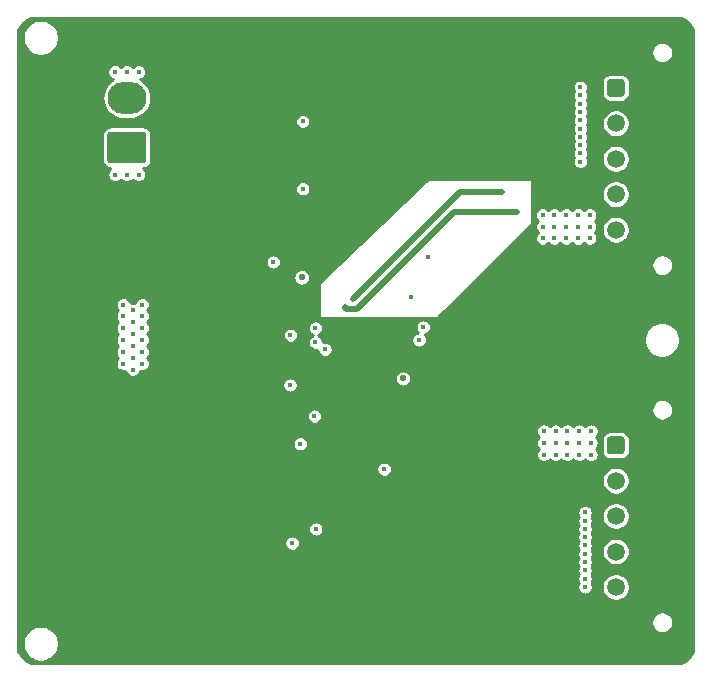
<source format=gbr>
%TF.GenerationSoftware,KiCad,Pcbnew,(5.1.8)-1*%
%TF.CreationDate,2021-10-03T21:30:47+08:00*%
%TF.ProjectId,-18v~18v Dual-Power,2d313876-7e31-4387-9620-4475616c2d50,rev?*%
%TF.SameCoordinates,Original*%
%TF.FileFunction,Copper,L3,Inr*%
%TF.FilePolarity,Positive*%
%FSLAX46Y46*%
G04 Gerber Fmt 4.6, Leading zero omitted, Abs format (unit mm)*
G04 Created by KiCad (PCBNEW (5.1.8)-1) date 2021-10-03 21:30:47*
%MOMM*%
%LPD*%
G01*
G04 APERTURE LIST*
%TA.AperFunction,ComponentPad*%
%ADD10O,3.300000X2.700000*%
%TD*%
%TA.AperFunction,ComponentPad*%
%ADD11C,1.500000*%
%TD*%
%TA.AperFunction,ViaPad*%
%ADD12C,0.500000*%
%TD*%
%TA.AperFunction,ViaPad*%
%ADD13C,0.450000*%
%TD*%
%TA.AperFunction,ViaPad*%
%ADD14C,0.550000*%
%TD*%
%TA.AperFunction,Conductor*%
%ADD15C,0.500000*%
%TD*%
%TA.AperFunction,Conductor*%
%ADD16C,0.250000*%
%TD*%
%TA.AperFunction,Conductor*%
%ADD17C,0.100000*%
%TD*%
G04 APERTURE END LIST*
D10*
%TO.N,GND*%
%TO.C,J3*%
X116600000Y-66700000D03*
X116600000Y-70900000D03*
%TO.N,VIN*%
X122100000Y-66700000D03*
%TA.AperFunction,ComponentPad*%
G36*
G01*
X123499999Y-72250000D02*
X120700001Y-72250000D01*
G75*
G02*
X120450000Y-71999999I0J250001D01*
G01*
X120450000Y-69800001D01*
G75*
G02*
X120700001Y-69550000I250001J0D01*
G01*
X123499999Y-69550000D01*
G75*
G02*
X123750000Y-69800001I0J-250001D01*
G01*
X123750000Y-71999999D01*
G75*
G02*
X123499999Y-72250000I-250001J0D01*
G01*
G37*
%TD.AperFunction*%
%TD*%
D11*
%TO.N,GND*%
%TO.C,J2*%
X166500000Y-108110000D03*
X166500000Y-105110000D03*
X166500000Y-102110000D03*
X166500000Y-99110000D03*
X166500000Y-96110000D03*
%TO.N,Vout2(-12V)*%
X163500000Y-108110000D03*
X163500000Y-105110000D03*
X163500000Y-102110000D03*
X163500000Y-99110000D03*
%TA.AperFunction,ComponentPad*%
G36*
G01*
X163000000Y-95360000D02*
X164000000Y-95360000D01*
G75*
G02*
X164250000Y-95610000I0J-250000D01*
G01*
X164250000Y-96610000D01*
G75*
G02*
X164000000Y-96860000I-250000J0D01*
G01*
X163000000Y-96860000D01*
G75*
G02*
X162750000Y-96610000I0J250000D01*
G01*
X162750000Y-95610000D01*
G75*
G02*
X163000000Y-95360000I250000J0D01*
G01*
G37*
%TD.AperFunction*%
%TD*%
%TO.N,GND*%
%TO.C,J1*%
X166500000Y-77860000D03*
X166500000Y-74860000D03*
X166500000Y-71860000D03*
X166500000Y-68860000D03*
X166500000Y-65860000D03*
%TO.N,Vout1(12V)*%
X163500000Y-77860000D03*
X163500000Y-74860000D03*
X163500000Y-71860000D03*
X163500000Y-68860000D03*
%TA.AperFunction,ComponentPad*%
G36*
G01*
X163000000Y-65110000D02*
X164000000Y-65110000D01*
G75*
G02*
X164250000Y-65360000I0J-250000D01*
G01*
X164250000Y-66360000D01*
G75*
G02*
X164000000Y-66610000I-250000J0D01*
G01*
X163000000Y-66610000D01*
G75*
G02*
X162750000Y-66360000I0J250000D01*
G01*
X162750000Y-65360000D01*
G75*
G02*
X163000000Y-65110000I250000J0D01*
G01*
G37*
%TD.AperFunction*%
%TD*%
D12*
%TO.N,GND*%
X141600000Y-86160000D03*
X142400000Y-86160000D03*
X143200000Y-86160000D03*
X144000000Y-86160000D03*
X141600000Y-86960000D03*
X142400000Y-86960000D03*
X143200000Y-86960000D03*
X144000000Y-86960000D03*
X141600000Y-87760000D03*
X142400000Y-87760000D03*
X143200000Y-87760000D03*
X144000000Y-87760000D03*
X141600000Y-88560000D03*
X142400000Y-88560000D03*
X143200000Y-88560000D03*
X144000000Y-88560000D03*
D13*
X138030000Y-88600000D03*
D12*
X140600000Y-89930000D03*
D13*
X117400000Y-60700000D03*
X118400000Y-60700000D03*
X119400000Y-60700000D03*
X120400000Y-60700000D03*
X121400000Y-60700000D03*
X122400000Y-60700000D03*
X123400000Y-60700000D03*
X124400000Y-60700000D03*
X125400000Y-60700000D03*
X126400000Y-60700000D03*
X127400000Y-60700000D03*
X128400000Y-60700000D03*
X129400000Y-60700000D03*
X130400000Y-60700000D03*
X131400000Y-60700000D03*
X132400000Y-60700000D03*
X133400000Y-60700000D03*
X134400000Y-60700000D03*
X135400000Y-60700000D03*
X136400000Y-60700000D03*
X137400000Y-60700000D03*
X138400000Y-60700000D03*
X139400000Y-60700000D03*
X140400000Y-60700000D03*
X141400000Y-60700000D03*
X142400000Y-60700000D03*
X143400000Y-60700000D03*
X144400000Y-60700000D03*
X145400000Y-60700000D03*
X146400000Y-60700000D03*
X147400000Y-60700000D03*
X148400000Y-60700000D03*
X149400000Y-60700000D03*
X150400000Y-60700000D03*
X151400000Y-60700000D03*
X152400000Y-60700000D03*
X153400000Y-60700000D03*
X154400000Y-60700000D03*
X155400000Y-60700000D03*
X156400000Y-60700000D03*
X157400000Y-60700000D03*
X158400000Y-60700000D03*
X159400000Y-60700000D03*
X160400000Y-60700000D03*
X161400000Y-60700000D03*
X162400000Y-60700000D03*
X163400000Y-60700000D03*
X164400000Y-60700000D03*
X142400000Y-113800000D03*
X128400000Y-113800000D03*
X144400000Y-113800000D03*
X136400000Y-113800000D03*
X134400000Y-113800000D03*
X152400000Y-113800000D03*
X119400000Y-113800000D03*
X129400000Y-113800000D03*
X124400000Y-113800000D03*
X123400000Y-113800000D03*
X118400000Y-113800000D03*
X125400000Y-113800000D03*
X117400000Y-113800000D03*
X137400000Y-113800000D03*
X138400000Y-113800000D03*
X121400000Y-113800000D03*
X141400000Y-113800000D03*
X143400000Y-113800000D03*
X146400000Y-113800000D03*
X149400000Y-113800000D03*
X120400000Y-113800000D03*
X150400000Y-113800000D03*
X151400000Y-113800000D03*
X154400000Y-113800000D03*
X155400000Y-113800000D03*
X147400000Y-113800000D03*
X158400000Y-113800000D03*
X139400000Y-113800000D03*
X159400000Y-113800000D03*
X132400000Y-113800000D03*
X160400000Y-113800000D03*
X161400000Y-113800000D03*
X145400000Y-113800000D03*
X133400000Y-113800000D03*
X130400000Y-113800000D03*
X148400000Y-113800000D03*
X153400000Y-113800000D03*
X122400000Y-113800000D03*
X126400000Y-113800000D03*
X156400000Y-113800000D03*
X157400000Y-113800000D03*
X127400000Y-113800000D03*
X135400000Y-113800000D03*
X131400000Y-113800000D03*
X140400000Y-113800000D03*
X163400000Y-113800000D03*
X164400000Y-113800000D03*
X162400000Y-113800000D03*
X169400000Y-83900000D03*
X169400000Y-72900000D03*
X169400000Y-101900000D03*
X169400000Y-96900000D03*
X169400000Y-86900000D03*
X169400000Y-100900000D03*
X169400000Y-69900000D03*
X169400000Y-91900000D03*
X169400000Y-105900000D03*
X169400000Y-73900000D03*
X169400001Y-107900000D03*
X169400000Y-95900000D03*
X169400001Y-84900000D03*
X169400001Y-103900000D03*
X169400000Y-104900000D03*
X169400000Y-74900000D03*
X169400000Y-108900000D03*
X169400000Y-81900000D03*
X169400000Y-68900000D03*
X169400000Y-88900000D03*
X169400001Y-75900000D03*
X169400000Y-97900000D03*
X169400000Y-76900000D03*
X169400000Y-90900000D03*
X169400000Y-99900000D03*
X169400000Y-67900000D03*
X169400001Y-98900000D03*
X169400000Y-63900000D03*
X169400000Y-106900000D03*
X169400001Y-66900000D03*
X169400001Y-70900000D03*
X169400001Y-93900000D03*
X169400001Y-102900000D03*
X169400001Y-94900000D03*
X169400000Y-65900000D03*
X169400001Y-71900000D03*
X169400000Y-79900000D03*
X169400000Y-85900000D03*
X169400000Y-92900000D03*
X169400001Y-80900000D03*
X169400000Y-64900000D03*
X169400000Y-77900000D03*
X169400001Y-89900000D03*
X169400001Y-112900000D03*
X169400000Y-87900000D03*
X169400000Y-111900000D03*
X169400000Y-78900000D03*
X169400000Y-110900000D03*
X169400001Y-62900000D03*
X169400000Y-109900000D03*
X169400000Y-82900000D03*
X133200000Y-94900000D03*
X132466665Y-94900000D03*
X169400000Y-61800000D03*
X167400000Y-60700000D03*
X169400000Y-60700000D03*
X168400000Y-60700000D03*
X165400000Y-60700000D03*
X166400000Y-60700000D03*
X165400000Y-113800000D03*
X166400000Y-113800000D03*
X169400000Y-113800000D03*
X167400000Y-113800000D03*
X168400000Y-113800000D03*
%TO.N,VIN*%
X146849982Y-87199990D03*
X123400000Y-84200000D03*
X123400000Y-85200000D03*
X123400000Y-86200000D03*
X123400000Y-87200000D03*
X123400000Y-88200000D03*
X123400000Y-89200000D03*
X134500002Y-80600000D03*
X135910016Y-91010014D03*
X121800000Y-86200000D03*
X121800000Y-87200000D03*
X122600000Y-88700000D03*
X121800000Y-89200000D03*
X121800000Y-84200000D03*
X121800000Y-85200000D03*
X122600000Y-89700000D03*
X122600000Y-84700000D03*
X122600000Y-86700000D03*
X122600000Y-87700000D03*
X122600000Y-85700000D03*
X121800000Y-88200000D03*
X123100000Y-73199999D03*
X121100000Y-73200000D03*
X122100000Y-73200000D03*
X121100000Y-64500000D03*
X123100000Y-64499999D03*
X122100000Y-64500000D03*
%TO.N,INTVcc*%
X138890000Y-87990000D03*
X135960000Y-86800000D03*
X136790000Y-95990000D03*
%TO.N,Vout2(-12V)*%
X143890000Y-98140000D03*
X160900000Y-105300000D03*
X160900000Y-106700000D03*
X160900000Y-101800000D03*
X160900000Y-108100000D03*
X160900000Y-103200000D03*
X160900000Y-107400000D03*
X160900000Y-106000000D03*
X160900000Y-104600000D03*
X160900000Y-103900000D03*
X160900000Y-102500000D03*
X160400000Y-96900000D03*
X157400000Y-96900000D03*
X161400000Y-96900000D03*
X158400000Y-96900000D03*
X159400000Y-96900000D03*
X158400000Y-94900000D03*
X159400000Y-95900000D03*
X158400000Y-95900000D03*
X161400000Y-94900000D03*
X159400000Y-94900000D03*
X157400000Y-95900000D03*
X157400000Y-94900000D03*
X160400000Y-95900000D03*
X161400000Y-95900000D03*
X160400000Y-94900000D03*
%TO.N,Net-(C23-Pad1)*%
X147600000Y-80200000D03*
%TO.N,Vout1(12V)*%
X140550000Y-84450000D03*
X155100000Y-76400000D03*
X160500000Y-65800000D03*
X160500000Y-68600000D03*
X160500000Y-67900000D03*
X160500000Y-67200000D03*
X160500000Y-66500000D03*
X160500000Y-69300000D03*
X160500000Y-70000000D03*
X160500000Y-71400000D03*
X160500000Y-70700000D03*
X160500000Y-72100000D03*
X157300000Y-76600000D03*
X158300000Y-76600000D03*
X159300000Y-76600000D03*
X160300000Y-76600000D03*
X161300000Y-76600000D03*
X157300000Y-77600000D03*
X158300000Y-77600000D03*
X159300000Y-77600000D03*
X160300000Y-77600000D03*
X161300000Y-77600000D03*
X157300000Y-78600000D03*
X158300000Y-78600000D03*
X159300000Y-78600000D03*
X160300000Y-78600000D03*
X161300000Y-78600000D03*
%TO.N,Net-(C25-Pad1)*%
X141220000Y-83700000D03*
X153850000Y-74630000D03*
%TO.N,Net-(D1-Pad2)*%
X138070000Y-86200000D03*
%TO.N,Net-(D2-Pad2)*%
X138070000Y-87410000D03*
%TO.N,Net-(Q1-Pad4)*%
X136100000Y-104400000D03*
D14*
X145490000Y-90460000D03*
D13*
%TO.N,Net-(Q1-Pad1)*%
X138100000Y-103200004D03*
X137990011Y-93649989D03*
D14*
%TO.N,Net-(Q2-Pad4)*%
X136900000Y-81900000D03*
D13*
X147200000Y-86100000D03*
%TO.N,Net-(Q3-Pad4)*%
X137000000Y-68700000D03*
X137000000Y-74400000D03*
X146150001Y-83550005D03*
%TD*%
D15*
%TO.N,Vout1(12V)*%
X149800000Y-76400000D02*
X155100000Y-76400000D01*
X141600000Y-84600000D02*
X149800000Y-76400000D01*
X140700000Y-84600000D02*
X141600000Y-84600000D01*
X140550000Y-84450000D02*
X140700000Y-84600000D01*
%TO.N,Net-(C25-Pad1)*%
X141220000Y-83700000D02*
X150290000Y-74630000D01*
X150290000Y-74630000D02*
X153850000Y-74630000D01*
%TD*%
D16*
%TO.N,GND*%
X169333260Y-60094310D02*
X169642983Y-60346915D01*
X169897738Y-60654861D01*
X170075000Y-60982700D01*
X170075000Y-113514835D01*
X169905692Y-113833258D01*
X169653090Y-114142979D01*
X169345141Y-114397736D01*
X169017299Y-114575000D01*
X113985165Y-114575000D01*
X113666742Y-114405692D01*
X113357021Y-114153090D01*
X113102264Y-113845141D01*
X112925000Y-113517299D01*
X112925000Y-112749801D01*
X113275000Y-112749801D01*
X113275000Y-113050199D01*
X113333605Y-113344826D01*
X113448562Y-113622358D01*
X113615455Y-113872131D01*
X113827869Y-114084545D01*
X114077642Y-114251438D01*
X114355174Y-114366395D01*
X114649801Y-114425000D01*
X114950199Y-114425000D01*
X115244826Y-114366395D01*
X115522358Y-114251438D01*
X115772131Y-114084545D01*
X115984545Y-113872131D01*
X116151438Y-113622358D01*
X116266395Y-113344826D01*
X116325000Y-113050199D01*
X116325000Y-112749801D01*
X116266395Y-112455174D01*
X116151438Y-112177642D01*
X115984545Y-111927869D01*
X115772131Y-111715455D01*
X115522358Y-111548562D01*
X115244826Y-111433605D01*
X114950199Y-111375000D01*
X114649801Y-111375000D01*
X114355174Y-111433605D01*
X114077642Y-111548562D01*
X113827869Y-111715455D01*
X113615455Y-111927869D01*
X113448562Y-112177642D01*
X113333605Y-112455174D01*
X113275000Y-112749801D01*
X112925000Y-112749801D01*
X112925000Y-111018895D01*
X166515000Y-111018895D01*
X166515000Y-111201105D01*
X166550547Y-111379813D01*
X166620275Y-111548152D01*
X166721505Y-111699653D01*
X166850347Y-111828495D01*
X167001848Y-111929725D01*
X167170187Y-111999453D01*
X167348895Y-112035000D01*
X167531105Y-112035000D01*
X167709813Y-111999453D01*
X167878152Y-111929725D01*
X168029653Y-111828495D01*
X168158495Y-111699653D01*
X168259725Y-111548152D01*
X168329453Y-111379813D01*
X168365000Y-111201105D01*
X168365000Y-111018895D01*
X168329453Y-110840187D01*
X168259725Y-110671848D01*
X168158495Y-110520347D01*
X168029653Y-110391505D01*
X167878152Y-110290275D01*
X167709813Y-110220547D01*
X167531105Y-110185000D01*
X167348895Y-110185000D01*
X167170187Y-110220547D01*
X167001848Y-110290275D01*
X166850347Y-110391505D01*
X166721505Y-110520347D01*
X166620275Y-110671848D01*
X166550547Y-110840187D01*
X166515000Y-111018895D01*
X112925000Y-111018895D01*
X112925000Y-104335981D01*
X135450000Y-104335981D01*
X135450000Y-104464019D01*
X135474979Y-104589598D01*
X135523978Y-104707890D01*
X135595112Y-104814351D01*
X135685649Y-104904888D01*
X135792110Y-104976022D01*
X135910402Y-105025021D01*
X136035981Y-105050000D01*
X136164019Y-105050000D01*
X136289598Y-105025021D01*
X136407890Y-104976022D01*
X136514351Y-104904888D01*
X136604888Y-104814351D01*
X136676022Y-104707890D01*
X136725021Y-104589598D01*
X136750000Y-104464019D01*
X136750000Y-104335981D01*
X136725021Y-104210402D01*
X136676022Y-104092110D01*
X136604888Y-103985649D01*
X136514351Y-103895112D01*
X136407890Y-103823978D01*
X136289598Y-103774979D01*
X136164019Y-103750000D01*
X136035981Y-103750000D01*
X135910402Y-103774979D01*
X135792110Y-103823978D01*
X135685649Y-103895112D01*
X135595112Y-103985649D01*
X135523978Y-104092110D01*
X135474979Y-104210402D01*
X135450000Y-104335981D01*
X112925000Y-104335981D01*
X112925000Y-103135985D01*
X137450000Y-103135985D01*
X137450000Y-103264023D01*
X137474979Y-103389602D01*
X137523978Y-103507894D01*
X137595112Y-103614355D01*
X137685649Y-103704892D01*
X137792110Y-103776026D01*
X137910402Y-103825025D01*
X138035981Y-103850004D01*
X138164019Y-103850004D01*
X138289598Y-103825025D01*
X138407890Y-103776026D01*
X138514351Y-103704892D01*
X138604888Y-103614355D01*
X138676022Y-103507894D01*
X138725021Y-103389602D01*
X138750000Y-103264023D01*
X138750000Y-103135985D01*
X138725021Y-103010406D01*
X138676022Y-102892114D01*
X138604888Y-102785653D01*
X138514351Y-102695116D01*
X138407890Y-102623982D01*
X138289598Y-102574983D01*
X138164019Y-102550004D01*
X138035981Y-102550004D01*
X137910402Y-102574983D01*
X137792110Y-102623982D01*
X137685649Y-102695116D01*
X137595112Y-102785653D01*
X137523978Y-102892114D01*
X137474979Y-103010406D01*
X137450000Y-103135985D01*
X112925000Y-103135985D01*
X112925000Y-101735981D01*
X160250000Y-101735981D01*
X160250000Y-101864019D01*
X160274979Y-101989598D01*
X160323978Y-102107890D01*
X160352115Y-102150000D01*
X160323978Y-102192110D01*
X160274979Y-102310402D01*
X160250000Y-102435981D01*
X160250000Y-102564019D01*
X160274979Y-102689598D01*
X160323978Y-102807890D01*
X160352115Y-102850000D01*
X160323978Y-102892110D01*
X160274979Y-103010402D01*
X160250000Y-103135981D01*
X160250000Y-103264019D01*
X160274979Y-103389598D01*
X160323978Y-103507890D01*
X160352115Y-103550000D01*
X160323978Y-103592110D01*
X160274979Y-103710402D01*
X160250000Y-103835981D01*
X160250000Y-103964019D01*
X160274979Y-104089598D01*
X160323978Y-104207890D01*
X160352115Y-104250000D01*
X160323978Y-104292110D01*
X160274979Y-104410402D01*
X160250000Y-104535981D01*
X160250000Y-104664019D01*
X160274979Y-104789598D01*
X160323978Y-104907890D01*
X160352115Y-104950000D01*
X160323978Y-104992110D01*
X160274979Y-105110402D01*
X160250000Y-105235981D01*
X160250000Y-105364019D01*
X160274979Y-105489598D01*
X160323978Y-105607890D01*
X160352115Y-105650000D01*
X160323978Y-105692110D01*
X160274979Y-105810402D01*
X160250000Y-105935981D01*
X160250000Y-106064019D01*
X160274979Y-106189598D01*
X160323978Y-106307890D01*
X160352115Y-106350000D01*
X160323978Y-106392110D01*
X160274979Y-106510402D01*
X160250000Y-106635981D01*
X160250000Y-106764019D01*
X160274979Y-106889598D01*
X160323978Y-107007890D01*
X160352115Y-107050000D01*
X160323978Y-107092110D01*
X160274979Y-107210402D01*
X160250000Y-107335981D01*
X160250000Y-107464019D01*
X160274979Y-107589598D01*
X160323978Y-107707890D01*
X160352115Y-107750000D01*
X160323978Y-107792110D01*
X160274979Y-107910402D01*
X160250000Y-108035981D01*
X160250000Y-108164019D01*
X160274979Y-108289598D01*
X160323978Y-108407890D01*
X160395112Y-108514351D01*
X160485649Y-108604888D01*
X160592110Y-108676022D01*
X160710402Y-108725021D01*
X160835981Y-108750000D01*
X160964019Y-108750000D01*
X161089598Y-108725021D01*
X161207890Y-108676022D01*
X161314351Y-108604888D01*
X161404888Y-108514351D01*
X161476022Y-108407890D01*
X161525021Y-108289598D01*
X161550000Y-108164019D01*
X161550000Y-108035981D01*
X161541704Y-107994273D01*
X162325000Y-107994273D01*
X162325000Y-108225727D01*
X162370155Y-108452735D01*
X162458729Y-108666571D01*
X162587318Y-108859019D01*
X162750981Y-109022682D01*
X162943429Y-109151271D01*
X163157265Y-109239845D01*
X163384273Y-109285000D01*
X163615727Y-109285000D01*
X163842735Y-109239845D01*
X164056571Y-109151271D01*
X164249019Y-109022682D01*
X164412682Y-108859019D01*
X164541271Y-108666571D01*
X164629845Y-108452735D01*
X164675000Y-108225727D01*
X164675000Y-107994273D01*
X164629845Y-107767265D01*
X164541271Y-107553429D01*
X164412682Y-107360981D01*
X164249019Y-107197318D01*
X164056571Y-107068729D01*
X163842735Y-106980155D01*
X163615727Y-106935000D01*
X163384273Y-106935000D01*
X163157265Y-106980155D01*
X162943429Y-107068729D01*
X162750981Y-107197318D01*
X162587318Y-107360981D01*
X162458729Y-107553429D01*
X162370155Y-107767265D01*
X162325000Y-107994273D01*
X161541704Y-107994273D01*
X161525021Y-107910402D01*
X161476022Y-107792110D01*
X161447885Y-107750000D01*
X161476022Y-107707890D01*
X161525021Y-107589598D01*
X161550000Y-107464019D01*
X161550000Y-107335981D01*
X161525021Y-107210402D01*
X161476022Y-107092110D01*
X161447885Y-107050000D01*
X161476022Y-107007890D01*
X161525021Y-106889598D01*
X161550000Y-106764019D01*
X161550000Y-106635981D01*
X161525021Y-106510402D01*
X161476022Y-106392110D01*
X161447885Y-106350000D01*
X161476022Y-106307890D01*
X161525021Y-106189598D01*
X161550000Y-106064019D01*
X161550000Y-105935981D01*
X161525021Y-105810402D01*
X161476022Y-105692110D01*
X161447885Y-105650000D01*
X161476022Y-105607890D01*
X161525021Y-105489598D01*
X161550000Y-105364019D01*
X161550000Y-105235981D01*
X161525021Y-105110402D01*
X161476918Y-104994273D01*
X162325000Y-104994273D01*
X162325000Y-105225727D01*
X162370155Y-105452735D01*
X162458729Y-105666571D01*
X162587318Y-105859019D01*
X162750981Y-106022682D01*
X162943429Y-106151271D01*
X163157265Y-106239845D01*
X163384273Y-106285000D01*
X163615727Y-106285000D01*
X163842735Y-106239845D01*
X164056571Y-106151271D01*
X164249019Y-106022682D01*
X164412682Y-105859019D01*
X164541271Y-105666571D01*
X164629845Y-105452735D01*
X164675000Y-105225727D01*
X164675000Y-104994273D01*
X164629845Y-104767265D01*
X164541271Y-104553429D01*
X164412682Y-104360981D01*
X164249019Y-104197318D01*
X164056571Y-104068729D01*
X163842735Y-103980155D01*
X163615727Y-103935000D01*
X163384273Y-103935000D01*
X163157265Y-103980155D01*
X162943429Y-104068729D01*
X162750981Y-104197318D01*
X162587318Y-104360981D01*
X162458729Y-104553429D01*
X162370155Y-104767265D01*
X162325000Y-104994273D01*
X161476918Y-104994273D01*
X161476022Y-104992110D01*
X161447885Y-104950000D01*
X161476022Y-104907890D01*
X161525021Y-104789598D01*
X161550000Y-104664019D01*
X161550000Y-104535981D01*
X161525021Y-104410402D01*
X161476022Y-104292110D01*
X161447885Y-104250000D01*
X161476022Y-104207890D01*
X161525021Y-104089598D01*
X161550000Y-103964019D01*
X161550000Y-103835981D01*
X161525021Y-103710402D01*
X161476022Y-103592110D01*
X161447885Y-103550000D01*
X161476022Y-103507890D01*
X161525021Y-103389598D01*
X161550000Y-103264019D01*
X161550000Y-103135981D01*
X161525021Y-103010402D01*
X161476022Y-102892110D01*
X161447885Y-102850000D01*
X161476022Y-102807890D01*
X161525021Y-102689598D01*
X161550000Y-102564019D01*
X161550000Y-102435981D01*
X161525021Y-102310402D01*
X161476022Y-102192110D01*
X161447885Y-102150000D01*
X161476022Y-102107890D01*
X161523084Y-101994273D01*
X162325000Y-101994273D01*
X162325000Y-102225727D01*
X162370155Y-102452735D01*
X162458729Y-102666571D01*
X162587318Y-102859019D01*
X162750981Y-103022682D01*
X162943429Y-103151271D01*
X163157265Y-103239845D01*
X163384273Y-103285000D01*
X163615727Y-103285000D01*
X163842735Y-103239845D01*
X164056571Y-103151271D01*
X164249019Y-103022682D01*
X164412682Y-102859019D01*
X164541271Y-102666571D01*
X164629845Y-102452735D01*
X164675000Y-102225727D01*
X164675000Y-101994273D01*
X164629845Y-101767265D01*
X164541271Y-101553429D01*
X164412682Y-101360981D01*
X164249019Y-101197318D01*
X164056571Y-101068729D01*
X163842735Y-100980155D01*
X163615727Y-100935000D01*
X163384273Y-100935000D01*
X163157265Y-100980155D01*
X162943429Y-101068729D01*
X162750981Y-101197318D01*
X162587318Y-101360981D01*
X162458729Y-101553429D01*
X162370155Y-101767265D01*
X162325000Y-101994273D01*
X161523084Y-101994273D01*
X161525021Y-101989598D01*
X161550000Y-101864019D01*
X161550000Y-101735981D01*
X161525021Y-101610402D01*
X161476022Y-101492110D01*
X161404888Y-101385649D01*
X161314351Y-101295112D01*
X161207890Y-101223978D01*
X161089598Y-101174979D01*
X160964019Y-101150000D01*
X160835981Y-101150000D01*
X160710402Y-101174979D01*
X160592110Y-101223978D01*
X160485649Y-101295112D01*
X160395112Y-101385649D01*
X160323978Y-101492110D01*
X160274979Y-101610402D01*
X160250000Y-101735981D01*
X112925000Y-101735981D01*
X112925000Y-98994273D01*
X162325000Y-98994273D01*
X162325000Y-99225727D01*
X162370155Y-99452735D01*
X162458729Y-99666571D01*
X162587318Y-99859019D01*
X162750981Y-100022682D01*
X162943429Y-100151271D01*
X163157265Y-100239845D01*
X163384273Y-100285000D01*
X163615727Y-100285000D01*
X163842735Y-100239845D01*
X164056571Y-100151271D01*
X164249019Y-100022682D01*
X164412682Y-99859019D01*
X164541271Y-99666571D01*
X164629845Y-99452735D01*
X164675000Y-99225727D01*
X164675000Y-98994273D01*
X164629845Y-98767265D01*
X164541271Y-98553429D01*
X164412682Y-98360981D01*
X164249019Y-98197318D01*
X164056571Y-98068729D01*
X163842735Y-97980155D01*
X163615727Y-97935000D01*
X163384273Y-97935000D01*
X163157265Y-97980155D01*
X162943429Y-98068729D01*
X162750981Y-98197318D01*
X162587318Y-98360981D01*
X162458729Y-98553429D01*
X162370155Y-98767265D01*
X162325000Y-98994273D01*
X112925000Y-98994273D01*
X112925000Y-98075981D01*
X143240000Y-98075981D01*
X143240000Y-98204019D01*
X143264979Y-98329598D01*
X143313978Y-98447890D01*
X143385112Y-98554351D01*
X143475649Y-98644888D01*
X143582110Y-98716022D01*
X143700402Y-98765021D01*
X143825981Y-98790000D01*
X143954019Y-98790000D01*
X144079598Y-98765021D01*
X144197890Y-98716022D01*
X144304351Y-98644888D01*
X144394888Y-98554351D01*
X144466022Y-98447890D01*
X144515021Y-98329598D01*
X144540000Y-98204019D01*
X144540000Y-98075981D01*
X144515021Y-97950402D01*
X144466022Y-97832110D01*
X144394888Y-97725649D01*
X144304351Y-97635112D01*
X144197890Y-97563978D01*
X144079598Y-97514979D01*
X143954019Y-97490000D01*
X143825981Y-97490000D01*
X143700402Y-97514979D01*
X143582110Y-97563978D01*
X143475649Y-97635112D01*
X143385112Y-97725649D01*
X143313978Y-97832110D01*
X143264979Y-97950402D01*
X143240000Y-98075981D01*
X112925000Y-98075981D01*
X112925000Y-95925981D01*
X136140000Y-95925981D01*
X136140000Y-96054019D01*
X136164979Y-96179598D01*
X136213978Y-96297890D01*
X136285112Y-96404351D01*
X136375649Y-96494888D01*
X136482110Y-96566022D01*
X136600402Y-96615021D01*
X136725981Y-96640000D01*
X136854019Y-96640000D01*
X136979598Y-96615021D01*
X137097890Y-96566022D01*
X137204351Y-96494888D01*
X137294888Y-96404351D01*
X137366022Y-96297890D01*
X137415021Y-96179598D01*
X137440000Y-96054019D01*
X137440000Y-95925981D01*
X137415021Y-95800402D01*
X137366022Y-95682110D01*
X137294888Y-95575649D01*
X137204351Y-95485112D01*
X137097890Y-95413978D01*
X136979598Y-95364979D01*
X136854019Y-95340000D01*
X136725981Y-95340000D01*
X136600402Y-95364979D01*
X136482110Y-95413978D01*
X136375649Y-95485112D01*
X136285112Y-95575649D01*
X136213978Y-95682110D01*
X136164979Y-95800402D01*
X136140000Y-95925981D01*
X112925000Y-95925981D01*
X112925000Y-94835981D01*
X156750000Y-94835981D01*
X156750000Y-94964019D01*
X156774979Y-95089598D01*
X156823978Y-95207890D01*
X156895112Y-95314351D01*
X156980761Y-95400000D01*
X156895112Y-95485649D01*
X156823978Y-95592110D01*
X156774979Y-95710402D01*
X156750000Y-95835981D01*
X156750000Y-95964019D01*
X156774979Y-96089598D01*
X156823978Y-96207890D01*
X156895112Y-96314351D01*
X156980761Y-96400000D01*
X156895112Y-96485649D01*
X156823978Y-96592110D01*
X156774979Y-96710402D01*
X156750000Y-96835981D01*
X156750000Y-96964019D01*
X156774979Y-97089598D01*
X156823978Y-97207890D01*
X156895112Y-97314351D01*
X156985649Y-97404888D01*
X157092110Y-97476022D01*
X157210402Y-97525021D01*
X157335981Y-97550000D01*
X157464019Y-97550000D01*
X157589598Y-97525021D01*
X157707890Y-97476022D01*
X157814351Y-97404888D01*
X157900000Y-97319239D01*
X157985649Y-97404888D01*
X158092110Y-97476022D01*
X158210402Y-97525021D01*
X158335981Y-97550000D01*
X158464019Y-97550000D01*
X158589598Y-97525021D01*
X158707890Y-97476022D01*
X158814351Y-97404888D01*
X158900000Y-97319239D01*
X158985649Y-97404888D01*
X159092110Y-97476022D01*
X159210402Y-97525021D01*
X159335981Y-97550000D01*
X159464019Y-97550000D01*
X159589598Y-97525021D01*
X159707890Y-97476022D01*
X159814351Y-97404888D01*
X159900000Y-97319239D01*
X159985649Y-97404888D01*
X160092110Y-97476022D01*
X160210402Y-97525021D01*
X160335981Y-97550000D01*
X160464019Y-97550000D01*
X160589598Y-97525021D01*
X160707890Y-97476022D01*
X160814351Y-97404888D01*
X160900000Y-97319239D01*
X160985649Y-97404888D01*
X161092110Y-97476022D01*
X161210402Y-97525021D01*
X161335981Y-97550000D01*
X161464019Y-97550000D01*
X161589598Y-97525021D01*
X161707890Y-97476022D01*
X161814351Y-97404888D01*
X161904888Y-97314351D01*
X161976022Y-97207890D01*
X162025021Y-97089598D01*
X162050000Y-96964019D01*
X162050000Y-96835981D01*
X162025021Y-96710402D01*
X161976022Y-96592110D01*
X161904888Y-96485649D01*
X161819239Y-96400000D01*
X161904888Y-96314351D01*
X161976022Y-96207890D01*
X162025021Y-96089598D01*
X162050000Y-95964019D01*
X162050000Y-95835981D01*
X162025021Y-95710402D01*
X161983433Y-95610000D01*
X162322944Y-95610000D01*
X162322944Y-96610000D01*
X162335953Y-96742087D01*
X162374482Y-96869098D01*
X162437049Y-96986152D01*
X162521249Y-97088751D01*
X162623848Y-97172951D01*
X162740902Y-97235518D01*
X162867913Y-97274047D01*
X163000000Y-97287056D01*
X164000000Y-97287056D01*
X164132087Y-97274047D01*
X164259098Y-97235518D01*
X164376152Y-97172951D01*
X164478751Y-97088751D01*
X164562951Y-96986152D01*
X164625518Y-96869098D01*
X164664047Y-96742087D01*
X164677056Y-96610000D01*
X164677056Y-95610000D01*
X164664047Y-95477913D01*
X164625518Y-95350902D01*
X164562951Y-95233848D01*
X164478751Y-95131249D01*
X164376152Y-95047049D01*
X164259098Y-94984482D01*
X164132087Y-94945953D01*
X164000000Y-94932944D01*
X163000000Y-94932944D01*
X162867913Y-94945953D01*
X162740902Y-94984482D01*
X162623848Y-95047049D01*
X162521249Y-95131249D01*
X162437049Y-95233848D01*
X162374482Y-95350902D01*
X162335953Y-95477913D01*
X162322944Y-95610000D01*
X161983433Y-95610000D01*
X161976022Y-95592110D01*
X161904888Y-95485649D01*
X161819239Y-95400000D01*
X161904888Y-95314351D01*
X161976022Y-95207890D01*
X162025021Y-95089598D01*
X162050000Y-94964019D01*
X162050000Y-94835981D01*
X162025021Y-94710402D01*
X161976022Y-94592110D01*
X161904888Y-94485649D01*
X161814351Y-94395112D01*
X161707890Y-94323978D01*
X161589598Y-94274979D01*
X161464019Y-94250000D01*
X161335981Y-94250000D01*
X161210402Y-94274979D01*
X161092110Y-94323978D01*
X160985649Y-94395112D01*
X160900000Y-94480761D01*
X160814351Y-94395112D01*
X160707890Y-94323978D01*
X160589598Y-94274979D01*
X160464019Y-94250000D01*
X160335981Y-94250000D01*
X160210402Y-94274979D01*
X160092110Y-94323978D01*
X159985649Y-94395112D01*
X159900000Y-94480761D01*
X159814351Y-94395112D01*
X159707890Y-94323978D01*
X159589598Y-94274979D01*
X159464019Y-94250000D01*
X159335981Y-94250000D01*
X159210402Y-94274979D01*
X159092110Y-94323978D01*
X158985649Y-94395112D01*
X158900000Y-94480761D01*
X158814351Y-94395112D01*
X158707890Y-94323978D01*
X158589598Y-94274979D01*
X158464019Y-94250000D01*
X158335981Y-94250000D01*
X158210402Y-94274979D01*
X158092110Y-94323978D01*
X157985649Y-94395112D01*
X157900000Y-94480761D01*
X157814351Y-94395112D01*
X157707890Y-94323978D01*
X157589598Y-94274979D01*
X157464019Y-94250000D01*
X157335981Y-94250000D01*
X157210402Y-94274979D01*
X157092110Y-94323978D01*
X156985649Y-94395112D01*
X156895112Y-94485649D01*
X156823978Y-94592110D01*
X156774979Y-94710402D01*
X156750000Y-94835981D01*
X112925000Y-94835981D01*
X112925000Y-93585970D01*
X137340011Y-93585970D01*
X137340011Y-93714008D01*
X137364990Y-93839587D01*
X137413989Y-93957879D01*
X137485123Y-94064340D01*
X137575660Y-94154877D01*
X137682121Y-94226011D01*
X137800413Y-94275010D01*
X137925992Y-94299989D01*
X138054030Y-94299989D01*
X138179609Y-94275010D01*
X138297901Y-94226011D01*
X138404362Y-94154877D01*
X138494899Y-94064340D01*
X138566033Y-93957879D01*
X138615032Y-93839587D01*
X138640011Y-93714008D01*
X138640011Y-93585970D01*
X138615032Y-93460391D01*
X138566033Y-93342099D01*
X138494899Y-93235638D01*
X138404362Y-93145101D01*
X138297901Y-93073967D01*
X138179609Y-93024968D01*
X138149078Y-93018895D01*
X166515000Y-93018895D01*
X166515000Y-93201105D01*
X166550547Y-93379813D01*
X166620275Y-93548152D01*
X166721505Y-93699653D01*
X166850347Y-93828495D01*
X167001848Y-93929725D01*
X167170187Y-93999453D01*
X167348895Y-94035000D01*
X167531105Y-94035000D01*
X167709813Y-93999453D01*
X167878152Y-93929725D01*
X168029653Y-93828495D01*
X168158495Y-93699653D01*
X168259725Y-93548152D01*
X168329453Y-93379813D01*
X168365000Y-93201105D01*
X168365000Y-93018895D01*
X168329453Y-92840187D01*
X168259725Y-92671848D01*
X168158495Y-92520347D01*
X168029653Y-92391505D01*
X167878152Y-92290275D01*
X167709813Y-92220547D01*
X167531105Y-92185000D01*
X167348895Y-92185000D01*
X167170187Y-92220547D01*
X167001848Y-92290275D01*
X166850347Y-92391505D01*
X166721505Y-92520347D01*
X166620275Y-92671848D01*
X166550547Y-92840187D01*
X166515000Y-93018895D01*
X138149078Y-93018895D01*
X138054030Y-92999989D01*
X137925992Y-92999989D01*
X137800413Y-93024968D01*
X137682121Y-93073967D01*
X137575660Y-93145101D01*
X137485123Y-93235638D01*
X137413989Y-93342099D01*
X137364990Y-93460391D01*
X137340011Y-93585970D01*
X112925000Y-93585970D01*
X112925000Y-90945995D01*
X135260016Y-90945995D01*
X135260016Y-91074033D01*
X135284995Y-91199612D01*
X135333994Y-91317904D01*
X135405128Y-91424365D01*
X135495665Y-91514902D01*
X135602126Y-91586036D01*
X135720418Y-91635035D01*
X135845997Y-91660014D01*
X135974035Y-91660014D01*
X136099614Y-91635035D01*
X136217906Y-91586036D01*
X136324367Y-91514902D01*
X136414904Y-91424365D01*
X136486038Y-91317904D01*
X136535037Y-91199612D01*
X136560016Y-91074033D01*
X136560016Y-90945995D01*
X136535037Y-90820416D01*
X136486038Y-90702124D01*
X136414904Y-90595663D01*
X136324367Y-90505126D01*
X136217906Y-90433992D01*
X136114252Y-90391056D01*
X144790000Y-90391056D01*
X144790000Y-90528944D01*
X144816901Y-90664182D01*
X144869668Y-90791574D01*
X144946274Y-90906224D01*
X145043776Y-91003726D01*
X145158426Y-91080332D01*
X145285818Y-91133099D01*
X145421056Y-91160000D01*
X145558944Y-91160000D01*
X145694182Y-91133099D01*
X145821574Y-91080332D01*
X145936224Y-91003726D01*
X146033726Y-90906224D01*
X146110332Y-90791574D01*
X146163099Y-90664182D01*
X146190000Y-90528944D01*
X146190000Y-90391056D01*
X146163099Y-90255818D01*
X146110332Y-90128426D01*
X146033726Y-90013776D01*
X145936224Y-89916274D01*
X145821574Y-89839668D01*
X145694182Y-89786901D01*
X145558944Y-89760000D01*
X145421056Y-89760000D01*
X145285818Y-89786901D01*
X145158426Y-89839668D01*
X145043776Y-89916274D01*
X144946274Y-90013776D01*
X144869668Y-90128426D01*
X144816901Y-90255818D01*
X144790000Y-90391056D01*
X136114252Y-90391056D01*
X136099614Y-90384993D01*
X135974035Y-90360014D01*
X135845997Y-90360014D01*
X135720418Y-90384993D01*
X135602126Y-90433992D01*
X135495665Y-90505126D01*
X135405128Y-90595663D01*
X135333994Y-90702124D01*
X135284995Y-90820416D01*
X135260016Y-90945995D01*
X112925000Y-90945995D01*
X112925000Y-84135981D01*
X121150000Y-84135981D01*
X121150000Y-84264019D01*
X121174979Y-84389598D01*
X121223978Y-84507890D01*
X121295112Y-84614351D01*
X121380761Y-84700000D01*
X121295112Y-84785649D01*
X121223978Y-84892110D01*
X121174979Y-85010402D01*
X121150000Y-85135981D01*
X121150000Y-85264019D01*
X121174979Y-85389598D01*
X121223978Y-85507890D01*
X121295112Y-85614351D01*
X121380761Y-85700000D01*
X121295112Y-85785649D01*
X121223978Y-85892110D01*
X121174979Y-86010402D01*
X121150000Y-86135981D01*
X121150000Y-86264019D01*
X121174979Y-86389598D01*
X121223978Y-86507890D01*
X121295112Y-86614351D01*
X121380761Y-86700000D01*
X121295112Y-86785649D01*
X121223978Y-86892110D01*
X121174979Y-87010402D01*
X121150000Y-87135981D01*
X121150000Y-87264019D01*
X121174979Y-87389598D01*
X121223978Y-87507890D01*
X121295112Y-87614351D01*
X121380761Y-87700000D01*
X121295112Y-87785649D01*
X121223978Y-87892110D01*
X121174979Y-88010402D01*
X121150000Y-88135981D01*
X121150000Y-88264019D01*
X121174979Y-88389598D01*
X121223978Y-88507890D01*
X121295112Y-88614351D01*
X121380761Y-88700000D01*
X121295112Y-88785649D01*
X121223978Y-88892110D01*
X121174979Y-89010402D01*
X121150000Y-89135981D01*
X121150000Y-89264019D01*
X121174979Y-89389598D01*
X121223978Y-89507890D01*
X121295112Y-89614351D01*
X121385649Y-89704888D01*
X121492110Y-89776022D01*
X121610402Y-89825021D01*
X121735981Y-89850000D01*
X121864019Y-89850000D01*
X121963179Y-89830276D01*
X121974979Y-89889598D01*
X122023978Y-90007890D01*
X122095112Y-90114351D01*
X122185649Y-90204888D01*
X122292110Y-90276022D01*
X122410402Y-90325021D01*
X122535981Y-90350000D01*
X122664019Y-90350000D01*
X122789598Y-90325021D01*
X122907890Y-90276022D01*
X123014351Y-90204888D01*
X123104888Y-90114351D01*
X123176022Y-90007890D01*
X123225021Y-89889598D01*
X123236821Y-89830276D01*
X123335981Y-89850000D01*
X123464019Y-89850000D01*
X123589598Y-89825021D01*
X123707890Y-89776022D01*
X123814351Y-89704888D01*
X123904888Y-89614351D01*
X123976022Y-89507890D01*
X124025021Y-89389598D01*
X124050000Y-89264019D01*
X124050000Y-89135981D01*
X124025021Y-89010402D01*
X123976022Y-88892110D01*
X123904888Y-88785649D01*
X123819239Y-88700000D01*
X123904888Y-88614351D01*
X123976022Y-88507890D01*
X124025021Y-88389598D01*
X124050000Y-88264019D01*
X124050000Y-88135981D01*
X124025021Y-88010402D01*
X123976022Y-87892110D01*
X123904888Y-87785649D01*
X123819239Y-87700000D01*
X123904888Y-87614351D01*
X123976022Y-87507890D01*
X124025021Y-87389598D01*
X124050000Y-87264019D01*
X124050000Y-87135981D01*
X124025021Y-87010402D01*
X123976022Y-86892110D01*
X123904888Y-86785649D01*
X123855220Y-86735981D01*
X135310000Y-86735981D01*
X135310000Y-86864019D01*
X135334979Y-86989598D01*
X135383978Y-87107890D01*
X135455112Y-87214351D01*
X135545649Y-87304888D01*
X135652110Y-87376022D01*
X135770402Y-87425021D01*
X135895981Y-87450000D01*
X136024019Y-87450000D01*
X136149598Y-87425021D01*
X136267890Y-87376022D01*
X136374351Y-87304888D01*
X136464888Y-87214351D01*
X136536022Y-87107890D01*
X136585021Y-86989598D01*
X136610000Y-86864019D01*
X136610000Y-86735981D01*
X136585021Y-86610402D01*
X136536022Y-86492110D01*
X136464888Y-86385649D01*
X136374351Y-86295112D01*
X136267890Y-86223978D01*
X136149598Y-86174979D01*
X136024019Y-86150000D01*
X135895981Y-86150000D01*
X135770402Y-86174979D01*
X135652110Y-86223978D01*
X135545649Y-86295112D01*
X135455112Y-86385649D01*
X135383978Y-86492110D01*
X135334979Y-86610402D01*
X135310000Y-86735981D01*
X123855220Y-86735981D01*
X123819239Y-86700000D01*
X123904888Y-86614351D01*
X123976022Y-86507890D01*
X124025021Y-86389598D01*
X124050000Y-86264019D01*
X124050000Y-86135981D01*
X137420000Y-86135981D01*
X137420000Y-86264019D01*
X137444979Y-86389598D01*
X137493978Y-86507890D01*
X137565112Y-86614351D01*
X137655649Y-86704888D01*
X137762110Y-86776022D01*
X137832068Y-86805000D01*
X137762110Y-86833978D01*
X137655649Y-86905112D01*
X137565112Y-86995649D01*
X137493978Y-87102110D01*
X137444979Y-87220402D01*
X137420000Y-87345981D01*
X137420000Y-87474019D01*
X137444979Y-87599598D01*
X137493978Y-87717890D01*
X137565112Y-87824351D01*
X137655649Y-87914888D01*
X137762110Y-87986022D01*
X137880402Y-88035021D01*
X138005981Y-88060000D01*
X138134019Y-88060000D01*
X138240000Y-88038919D01*
X138240000Y-88054019D01*
X138264979Y-88179598D01*
X138313978Y-88297890D01*
X138385112Y-88404351D01*
X138475649Y-88494888D01*
X138582110Y-88566022D01*
X138700402Y-88615021D01*
X138825981Y-88640000D01*
X138954019Y-88640000D01*
X139079598Y-88615021D01*
X139197890Y-88566022D01*
X139304351Y-88494888D01*
X139394888Y-88404351D01*
X139466022Y-88297890D01*
X139515021Y-88179598D01*
X139540000Y-88054019D01*
X139540000Y-87925981D01*
X139515021Y-87800402D01*
X139466022Y-87682110D01*
X139394888Y-87575649D01*
X139304351Y-87485112D01*
X139197890Y-87413978D01*
X139079598Y-87364979D01*
X138954019Y-87340000D01*
X138825981Y-87340000D01*
X138720000Y-87361081D01*
X138720000Y-87345981D01*
X138695021Y-87220402D01*
X138660048Y-87135971D01*
X146199982Y-87135971D01*
X146199982Y-87264009D01*
X146224961Y-87389588D01*
X146273960Y-87507880D01*
X146345094Y-87614341D01*
X146435631Y-87704878D01*
X146542092Y-87776012D01*
X146660384Y-87825011D01*
X146785963Y-87849990D01*
X146914001Y-87849990D01*
X147039580Y-87825011D01*
X147157872Y-87776012D01*
X147264333Y-87704878D01*
X147354870Y-87614341D01*
X147426004Y-87507880D01*
X147475003Y-87389588D01*
X147499982Y-87264009D01*
X147499982Y-87135971D01*
X147482842Y-87049801D01*
X165875000Y-87049801D01*
X165875000Y-87350199D01*
X165933605Y-87644826D01*
X166048562Y-87922358D01*
X166215455Y-88172131D01*
X166427869Y-88384545D01*
X166677642Y-88551438D01*
X166955174Y-88666395D01*
X167249801Y-88725000D01*
X167550199Y-88725000D01*
X167844826Y-88666395D01*
X168122358Y-88551438D01*
X168372131Y-88384545D01*
X168584545Y-88172131D01*
X168751438Y-87922358D01*
X168866395Y-87644826D01*
X168925000Y-87350199D01*
X168925000Y-87049801D01*
X168866395Y-86755174D01*
X168751438Y-86477642D01*
X168584545Y-86227869D01*
X168372131Y-86015455D01*
X168122358Y-85848562D01*
X167844826Y-85733605D01*
X167550199Y-85675000D01*
X167249801Y-85675000D01*
X166955174Y-85733605D01*
X166677642Y-85848562D01*
X166427869Y-86015455D01*
X166215455Y-86227869D01*
X166048562Y-86477642D01*
X165933605Y-86755174D01*
X165875000Y-87049801D01*
X147482842Y-87049801D01*
X147475003Y-87010392D01*
X147426004Y-86892100D01*
X147354870Y-86785639D01*
X147310071Y-86740840D01*
X147389598Y-86725021D01*
X147507890Y-86676022D01*
X147614351Y-86604888D01*
X147704888Y-86514351D01*
X147776022Y-86407890D01*
X147825021Y-86289598D01*
X147850000Y-86164019D01*
X147850000Y-86035981D01*
X147825021Y-85910402D01*
X147776022Y-85792110D01*
X147704888Y-85685649D01*
X147614351Y-85595112D01*
X147507890Y-85523978D01*
X147389598Y-85474979D01*
X147264019Y-85450000D01*
X147135981Y-85450000D01*
X147010402Y-85474979D01*
X146892110Y-85523978D01*
X146785649Y-85595112D01*
X146695112Y-85685649D01*
X146623978Y-85792110D01*
X146574979Y-85910402D01*
X146550000Y-86035981D01*
X146550000Y-86164019D01*
X146574979Y-86289598D01*
X146623978Y-86407890D01*
X146695112Y-86514351D01*
X146739911Y-86559150D01*
X146660384Y-86574969D01*
X146542092Y-86623968D01*
X146435631Y-86695102D01*
X146345094Y-86785639D01*
X146273960Y-86892100D01*
X146224961Y-87010392D01*
X146199982Y-87135971D01*
X138660048Y-87135971D01*
X138646022Y-87102110D01*
X138574888Y-86995649D01*
X138484351Y-86905112D01*
X138377890Y-86833978D01*
X138307932Y-86805000D01*
X138377890Y-86776022D01*
X138484351Y-86704888D01*
X138574888Y-86614351D01*
X138646022Y-86507890D01*
X138695021Y-86389598D01*
X138720000Y-86264019D01*
X138720000Y-86135981D01*
X138695021Y-86010402D01*
X138646022Y-85892110D01*
X138574888Y-85785649D01*
X138484351Y-85695112D01*
X138377890Y-85623978D01*
X138259598Y-85574979D01*
X138134019Y-85550000D01*
X138005981Y-85550000D01*
X137880402Y-85574979D01*
X137762110Y-85623978D01*
X137655649Y-85695112D01*
X137565112Y-85785649D01*
X137493978Y-85892110D01*
X137444979Y-86010402D01*
X137420000Y-86135981D01*
X124050000Y-86135981D01*
X124025021Y-86010402D01*
X123976022Y-85892110D01*
X123904888Y-85785649D01*
X123819239Y-85700000D01*
X123904888Y-85614351D01*
X123976022Y-85507890D01*
X124025021Y-85389598D01*
X124050000Y-85264019D01*
X124050000Y-85135981D01*
X124025021Y-85010402D01*
X123976022Y-84892110D01*
X123904888Y-84785649D01*
X123819239Y-84700000D01*
X123904888Y-84614351D01*
X123976022Y-84507890D01*
X124025021Y-84389598D01*
X124050000Y-84264019D01*
X124050000Y-84135981D01*
X124025021Y-84010402D01*
X123976022Y-83892110D01*
X123904888Y-83785649D01*
X123814351Y-83695112D01*
X123707890Y-83623978D01*
X123589598Y-83574979D01*
X123464019Y-83550000D01*
X123335981Y-83550000D01*
X123210402Y-83574979D01*
X123092110Y-83623978D01*
X122985649Y-83695112D01*
X122895112Y-83785649D01*
X122823978Y-83892110D01*
X122774979Y-84010402D01*
X122763179Y-84069724D01*
X122664019Y-84050000D01*
X122535981Y-84050000D01*
X122436821Y-84069724D01*
X122425021Y-84010402D01*
X122376022Y-83892110D01*
X122304888Y-83785649D01*
X122214351Y-83695112D01*
X122107890Y-83623978D01*
X121989598Y-83574979D01*
X121864019Y-83550000D01*
X121735981Y-83550000D01*
X121610402Y-83574979D01*
X121492110Y-83623978D01*
X121385649Y-83695112D01*
X121295112Y-83785649D01*
X121223978Y-83892110D01*
X121174979Y-84010402D01*
X121150000Y-84135981D01*
X112925000Y-84135981D01*
X112925000Y-81831056D01*
X136200000Y-81831056D01*
X136200000Y-81968944D01*
X136226901Y-82104182D01*
X136279668Y-82231574D01*
X136356274Y-82346224D01*
X136453776Y-82443726D01*
X136568426Y-82520332D01*
X136695818Y-82573099D01*
X136831056Y-82600000D01*
X136968944Y-82600000D01*
X137104182Y-82573099D01*
X137231574Y-82520332D01*
X137261570Y-82500289D01*
X138375000Y-82500289D01*
X138381240Y-85200289D01*
X138383642Y-85224386D01*
X138390755Y-85247835D01*
X138402306Y-85269446D01*
X138417852Y-85288388D01*
X138436794Y-85303934D01*
X138458405Y-85315485D01*
X138481854Y-85322598D01*
X138506240Y-85325000D01*
X148400000Y-85325000D01*
X148424386Y-85322598D01*
X148447835Y-85315485D01*
X148469446Y-85303934D01*
X148488388Y-85288388D01*
X153007881Y-80768895D01*
X166515000Y-80768895D01*
X166515000Y-80951105D01*
X166550547Y-81129813D01*
X166620275Y-81298152D01*
X166721505Y-81449653D01*
X166850347Y-81578495D01*
X167001848Y-81679725D01*
X167170187Y-81749453D01*
X167348895Y-81785000D01*
X167531105Y-81785000D01*
X167709813Y-81749453D01*
X167878152Y-81679725D01*
X168029653Y-81578495D01*
X168158495Y-81449653D01*
X168259725Y-81298152D01*
X168329453Y-81129813D01*
X168365000Y-80951105D01*
X168365000Y-80768895D01*
X168329453Y-80590187D01*
X168259725Y-80421848D01*
X168158495Y-80270347D01*
X168029653Y-80141505D01*
X167878152Y-80040275D01*
X167709813Y-79970547D01*
X167531105Y-79935000D01*
X167348895Y-79935000D01*
X167170187Y-79970547D01*
X167001848Y-80040275D01*
X166850347Y-80141505D01*
X166721505Y-80270347D01*
X166620275Y-80421848D01*
X166550547Y-80590187D01*
X166515000Y-80768895D01*
X153007881Y-80768895D01*
X156388388Y-77388388D01*
X156403813Y-77369626D01*
X156415402Y-77348036D01*
X156422556Y-77324599D01*
X156425000Y-77300217D01*
X156426324Y-76535981D01*
X156650000Y-76535981D01*
X156650000Y-76664019D01*
X156674979Y-76789598D01*
X156723978Y-76907890D01*
X156795112Y-77014351D01*
X156880761Y-77100000D01*
X156795112Y-77185649D01*
X156723978Y-77292110D01*
X156674979Y-77410402D01*
X156650000Y-77535981D01*
X156650000Y-77664019D01*
X156674979Y-77789598D01*
X156723978Y-77907890D01*
X156795112Y-78014351D01*
X156880761Y-78100000D01*
X156795112Y-78185649D01*
X156723978Y-78292110D01*
X156674979Y-78410402D01*
X156650000Y-78535981D01*
X156650000Y-78664019D01*
X156674979Y-78789598D01*
X156723978Y-78907890D01*
X156795112Y-79014351D01*
X156885649Y-79104888D01*
X156992110Y-79176022D01*
X157110402Y-79225021D01*
X157235981Y-79250000D01*
X157364019Y-79250000D01*
X157489598Y-79225021D01*
X157607890Y-79176022D01*
X157714351Y-79104888D01*
X157800000Y-79019239D01*
X157885649Y-79104888D01*
X157992110Y-79176022D01*
X158110402Y-79225021D01*
X158235981Y-79250000D01*
X158364019Y-79250000D01*
X158489598Y-79225021D01*
X158607890Y-79176022D01*
X158714351Y-79104888D01*
X158800000Y-79019239D01*
X158885649Y-79104888D01*
X158992110Y-79176022D01*
X159110402Y-79225021D01*
X159235981Y-79250000D01*
X159364019Y-79250000D01*
X159489598Y-79225021D01*
X159607890Y-79176022D01*
X159714351Y-79104888D01*
X159800000Y-79019239D01*
X159885649Y-79104888D01*
X159992110Y-79176022D01*
X160110402Y-79225021D01*
X160235981Y-79250000D01*
X160364019Y-79250000D01*
X160489598Y-79225021D01*
X160607890Y-79176022D01*
X160714351Y-79104888D01*
X160800000Y-79019239D01*
X160885649Y-79104888D01*
X160992110Y-79176022D01*
X161110402Y-79225021D01*
X161235981Y-79250000D01*
X161364019Y-79250000D01*
X161489598Y-79225021D01*
X161607890Y-79176022D01*
X161714351Y-79104888D01*
X161804888Y-79014351D01*
X161876022Y-78907890D01*
X161925021Y-78789598D01*
X161950000Y-78664019D01*
X161950000Y-78535981D01*
X161925021Y-78410402D01*
X161876022Y-78292110D01*
X161804888Y-78185649D01*
X161719239Y-78100000D01*
X161804888Y-78014351D01*
X161876022Y-77907890D01*
X161925021Y-77789598D01*
X161934036Y-77744273D01*
X162325000Y-77744273D01*
X162325000Y-77975727D01*
X162370155Y-78202735D01*
X162458729Y-78416571D01*
X162587318Y-78609019D01*
X162750981Y-78772682D01*
X162943429Y-78901271D01*
X163157265Y-78989845D01*
X163384273Y-79035000D01*
X163615727Y-79035000D01*
X163842735Y-78989845D01*
X164056571Y-78901271D01*
X164249019Y-78772682D01*
X164412682Y-78609019D01*
X164541271Y-78416571D01*
X164629845Y-78202735D01*
X164675000Y-77975727D01*
X164675000Y-77744273D01*
X164629845Y-77517265D01*
X164541271Y-77303429D01*
X164412682Y-77110981D01*
X164249019Y-76947318D01*
X164056571Y-76818729D01*
X163842735Y-76730155D01*
X163615727Y-76685000D01*
X163384273Y-76685000D01*
X163157265Y-76730155D01*
X162943429Y-76818729D01*
X162750981Y-76947318D01*
X162587318Y-77110981D01*
X162458729Y-77303429D01*
X162370155Y-77517265D01*
X162325000Y-77744273D01*
X161934036Y-77744273D01*
X161950000Y-77664019D01*
X161950000Y-77535981D01*
X161925021Y-77410402D01*
X161876022Y-77292110D01*
X161804888Y-77185649D01*
X161719239Y-77100000D01*
X161804888Y-77014351D01*
X161876022Y-76907890D01*
X161925021Y-76789598D01*
X161950000Y-76664019D01*
X161950000Y-76535981D01*
X161925021Y-76410402D01*
X161876022Y-76292110D01*
X161804888Y-76185649D01*
X161714351Y-76095112D01*
X161607890Y-76023978D01*
X161489598Y-75974979D01*
X161364019Y-75950000D01*
X161235981Y-75950000D01*
X161110402Y-75974979D01*
X160992110Y-76023978D01*
X160885649Y-76095112D01*
X160800000Y-76180761D01*
X160714351Y-76095112D01*
X160607890Y-76023978D01*
X160489598Y-75974979D01*
X160364019Y-75950000D01*
X160235981Y-75950000D01*
X160110402Y-75974979D01*
X159992110Y-76023978D01*
X159885649Y-76095112D01*
X159800000Y-76180761D01*
X159714351Y-76095112D01*
X159607890Y-76023978D01*
X159489598Y-75974979D01*
X159364019Y-75950000D01*
X159235981Y-75950000D01*
X159110402Y-75974979D01*
X158992110Y-76023978D01*
X158885649Y-76095112D01*
X158800000Y-76180761D01*
X158714351Y-76095112D01*
X158607890Y-76023978D01*
X158489598Y-75974979D01*
X158364019Y-75950000D01*
X158235981Y-75950000D01*
X158110402Y-75974979D01*
X157992110Y-76023978D01*
X157885649Y-76095112D01*
X157800000Y-76180761D01*
X157714351Y-76095112D01*
X157607890Y-76023978D01*
X157489598Y-75974979D01*
X157364019Y-75950000D01*
X157235981Y-75950000D01*
X157110402Y-75974979D01*
X156992110Y-76023978D01*
X156885649Y-76095112D01*
X156795112Y-76185649D01*
X156723978Y-76292110D01*
X156674979Y-76410402D01*
X156650000Y-76535981D01*
X156426324Y-76535981D01*
X156429430Y-74744273D01*
X162325000Y-74744273D01*
X162325000Y-74975727D01*
X162370155Y-75202735D01*
X162458729Y-75416571D01*
X162587318Y-75609019D01*
X162750981Y-75772682D01*
X162943429Y-75901271D01*
X163157265Y-75989845D01*
X163384273Y-76035000D01*
X163615727Y-76035000D01*
X163842735Y-75989845D01*
X164056571Y-75901271D01*
X164249019Y-75772682D01*
X164412682Y-75609019D01*
X164541271Y-75416571D01*
X164629845Y-75202735D01*
X164675000Y-74975727D01*
X164675000Y-74744273D01*
X164629845Y-74517265D01*
X164541271Y-74303429D01*
X164412682Y-74110981D01*
X164249019Y-73947318D01*
X164056571Y-73818729D01*
X163842735Y-73730155D01*
X163615727Y-73685000D01*
X163384273Y-73685000D01*
X163157265Y-73730155D01*
X162943429Y-73818729D01*
X162750981Y-73947318D01*
X162587318Y-74110981D01*
X162458729Y-74303429D01*
X162370155Y-74517265D01*
X162325000Y-74744273D01*
X156429430Y-74744273D01*
X156431240Y-73700217D01*
X156428838Y-73675614D01*
X156421725Y-73652165D01*
X156410174Y-73630554D01*
X156394628Y-73611612D01*
X156375686Y-73596066D01*
X156354075Y-73584515D01*
X156330626Y-73577402D01*
X156306240Y-73575000D01*
X147700000Y-73575000D01*
X147678343Y-73576890D01*
X147654742Y-73583481D01*
X147632880Y-73594549D01*
X147613597Y-73609670D01*
X138413597Y-82409670D01*
X138395906Y-82430794D01*
X138384405Y-82452432D01*
X138377346Y-82475897D01*
X138375000Y-82500289D01*
X137261570Y-82500289D01*
X137346224Y-82443726D01*
X137443726Y-82346224D01*
X137520332Y-82231574D01*
X137573099Y-82104182D01*
X137600000Y-81968944D01*
X137600000Y-81831056D01*
X137573099Y-81695818D01*
X137520332Y-81568426D01*
X137443726Y-81453776D01*
X137346224Y-81356274D01*
X137231574Y-81279668D01*
X137104182Y-81226901D01*
X136968944Y-81200000D01*
X136831056Y-81200000D01*
X136695818Y-81226901D01*
X136568426Y-81279668D01*
X136453776Y-81356274D01*
X136356274Y-81453776D01*
X136279668Y-81568426D01*
X136226901Y-81695818D01*
X136200000Y-81831056D01*
X112925000Y-81831056D01*
X112925000Y-80535981D01*
X133850002Y-80535981D01*
X133850002Y-80664019D01*
X133874981Y-80789598D01*
X133923980Y-80907890D01*
X133995114Y-81014351D01*
X134085651Y-81104888D01*
X134192112Y-81176022D01*
X134310404Y-81225021D01*
X134435983Y-81250000D01*
X134564021Y-81250000D01*
X134689600Y-81225021D01*
X134807892Y-81176022D01*
X134914353Y-81104888D01*
X135004890Y-81014351D01*
X135076024Y-80907890D01*
X135125023Y-80789598D01*
X135150002Y-80664019D01*
X135150002Y-80535981D01*
X135125023Y-80410402D01*
X135076024Y-80292110D01*
X135004890Y-80185649D01*
X134914353Y-80095112D01*
X134807892Y-80023978D01*
X134689600Y-79974979D01*
X134564021Y-79950000D01*
X134435983Y-79950000D01*
X134310404Y-79974979D01*
X134192112Y-80023978D01*
X134085651Y-80095112D01*
X133995114Y-80185649D01*
X133923980Y-80292110D01*
X133874981Y-80410402D01*
X133850002Y-80535981D01*
X112925000Y-80535981D01*
X112925000Y-74335981D01*
X136350000Y-74335981D01*
X136350000Y-74464019D01*
X136374979Y-74589598D01*
X136423978Y-74707890D01*
X136495112Y-74814351D01*
X136585649Y-74904888D01*
X136692110Y-74976022D01*
X136810402Y-75025021D01*
X136935981Y-75050000D01*
X137064019Y-75050000D01*
X137189598Y-75025021D01*
X137307890Y-74976022D01*
X137414351Y-74904888D01*
X137504888Y-74814351D01*
X137576022Y-74707890D01*
X137625021Y-74589598D01*
X137650000Y-74464019D01*
X137650000Y-74335981D01*
X137625021Y-74210402D01*
X137576022Y-74092110D01*
X137504888Y-73985649D01*
X137414351Y-73895112D01*
X137307890Y-73823978D01*
X137189598Y-73774979D01*
X137064019Y-73750000D01*
X136935981Y-73750000D01*
X136810402Y-73774979D01*
X136692110Y-73823978D01*
X136585649Y-73895112D01*
X136495112Y-73985649D01*
X136423978Y-74092110D01*
X136374979Y-74210402D01*
X136350000Y-74335981D01*
X112925000Y-74335981D01*
X112925000Y-69800001D01*
X120022944Y-69800001D01*
X120022944Y-71999999D01*
X120035953Y-72132086D01*
X120074482Y-72259097D01*
X120137049Y-72376152D01*
X120221249Y-72478751D01*
X120323848Y-72562951D01*
X120440903Y-72625518D01*
X120567914Y-72664047D01*
X120700001Y-72677056D01*
X120712672Y-72677056D01*
X120685649Y-72695112D01*
X120595112Y-72785649D01*
X120523978Y-72892110D01*
X120474979Y-73010402D01*
X120450000Y-73135981D01*
X120450000Y-73264019D01*
X120474979Y-73389598D01*
X120523978Y-73507890D01*
X120595112Y-73614351D01*
X120685649Y-73704888D01*
X120792110Y-73776022D01*
X120910402Y-73825021D01*
X121035981Y-73850000D01*
X121164019Y-73850000D01*
X121289598Y-73825021D01*
X121407890Y-73776022D01*
X121514351Y-73704888D01*
X121600000Y-73619239D01*
X121685649Y-73704888D01*
X121792110Y-73776022D01*
X121910402Y-73825021D01*
X122035981Y-73850000D01*
X122164019Y-73850000D01*
X122289598Y-73825021D01*
X122407890Y-73776022D01*
X122514351Y-73704888D01*
X122600001Y-73619239D01*
X122685649Y-73704887D01*
X122792110Y-73776021D01*
X122910402Y-73825020D01*
X123035981Y-73849999D01*
X123164019Y-73849999D01*
X123289598Y-73825020D01*
X123407890Y-73776021D01*
X123514351Y-73704887D01*
X123604888Y-73614350D01*
X123676022Y-73507889D01*
X123725021Y-73389597D01*
X123750000Y-73264018D01*
X123750000Y-73135980D01*
X123725021Y-73010401D01*
X123676022Y-72892109D01*
X123604888Y-72785648D01*
X123514351Y-72695111D01*
X123487329Y-72677056D01*
X123499999Y-72677056D01*
X123632086Y-72664047D01*
X123759097Y-72625518D01*
X123876152Y-72562951D01*
X123978751Y-72478751D01*
X124062951Y-72376152D01*
X124125518Y-72259097D01*
X124164047Y-72132086D01*
X124177056Y-71999999D01*
X124177056Y-69800001D01*
X124164047Y-69667914D01*
X124125518Y-69540903D01*
X124062951Y-69423848D01*
X123978751Y-69321249D01*
X123876152Y-69237049D01*
X123759097Y-69174482D01*
X123632086Y-69135953D01*
X123499999Y-69122944D01*
X120700001Y-69122944D01*
X120567914Y-69135953D01*
X120440903Y-69174482D01*
X120323848Y-69237049D01*
X120221249Y-69321249D01*
X120137049Y-69423848D01*
X120074482Y-69540903D01*
X120035953Y-69667914D01*
X120022944Y-69800001D01*
X112925000Y-69800001D01*
X112925000Y-68635981D01*
X136350000Y-68635981D01*
X136350000Y-68764019D01*
X136374979Y-68889598D01*
X136423978Y-69007890D01*
X136495112Y-69114351D01*
X136585649Y-69204888D01*
X136692110Y-69276022D01*
X136810402Y-69325021D01*
X136935981Y-69350000D01*
X137064019Y-69350000D01*
X137189598Y-69325021D01*
X137307890Y-69276022D01*
X137414351Y-69204888D01*
X137504888Y-69114351D01*
X137576022Y-69007890D01*
X137625021Y-68889598D01*
X137650000Y-68764019D01*
X137650000Y-68635981D01*
X137625021Y-68510402D01*
X137576022Y-68392110D01*
X137504888Y-68285649D01*
X137414351Y-68195112D01*
X137307890Y-68123978D01*
X137189598Y-68074979D01*
X137064019Y-68050000D01*
X136935981Y-68050000D01*
X136810402Y-68074979D01*
X136692110Y-68123978D01*
X136585649Y-68195112D01*
X136495112Y-68285649D01*
X136423978Y-68392110D01*
X136374979Y-68510402D01*
X136350000Y-68635981D01*
X112925000Y-68635981D01*
X112925000Y-66700000D01*
X120016412Y-66700000D01*
X120050683Y-67047961D01*
X120152180Y-67382550D01*
X120317001Y-67690908D01*
X120538813Y-67961187D01*
X120809092Y-68182999D01*
X121117450Y-68347820D01*
X121452039Y-68449317D01*
X121712804Y-68475000D01*
X122487196Y-68475000D01*
X122747961Y-68449317D01*
X123082550Y-68347820D01*
X123390908Y-68182999D01*
X123661187Y-67961187D01*
X123882999Y-67690908D01*
X124047820Y-67382550D01*
X124149317Y-67047961D01*
X124183588Y-66700000D01*
X124149317Y-66352039D01*
X124047820Y-66017450D01*
X123897372Y-65735981D01*
X159850000Y-65735981D01*
X159850000Y-65864019D01*
X159874979Y-65989598D01*
X159923978Y-66107890D01*
X159952115Y-66150000D01*
X159923978Y-66192110D01*
X159874979Y-66310402D01*
X159850000Y-66435981D01*
X159850000Y-66564019D01*
X159874979Y-66689598D01*
X159923978Y-66807890D01*
X159952115Y-66850000D01*
X159923978Y-66892110D01*
X159874979Y-67010402D01*
X159850000Y-67135981D01*
X159850000Y-67264019D01*
X159874979Y-67389598D01*
X159923978Y-67507890D01*
X159952115Y-67550000D01*
X159923978Y-67592110D01*
X159874979Y-67710402D01*
X159850000Y-67835981D01*
X159850000Y-67964019D01*
X159874979Y-68089598D01*
X159923978Y-68207890D01*
X159952115Y-68250000D01*
X159923978Y-68292110D01*
X159874979Y-68410402D01*
X159850000Y-68535981D01*
X159850000Y-68664019D01*
X159874979Y-68789598D01*
X159923978Y-68907890D01*
X159952115Y-68950000D01*
X159923978Y-68992110D01*
X159874979Y-69110402D01*
X159850000Y-69235981D01*
X159850000Y-69364019D01*
X159874979Y-69489598D01*
X159923978Y-69607890D01*
X159952115Y-69650000D01*
X159923978Y-69692110D01*
X159874979Y-69810402D01*
X159850000Y-69935981D01*
X159850000Y-70064019D01*
X159874979Y-70189598D01*
X159923978Y-70307890D01*
X159952115Y-70350000D01*
X159923978Y-70392110D01*
X159874979Y-70510402D01*
X159850000Y-70635981D01*
X159850000Y-70764019D01*
X159874979Y-70889598D01*
X159923978Y-71007890D01*
X159952115Y-71050000D01*
X159923978Y-71092110D01*
X159874979Y-71210402D01*
X159850000Y-71335981D01*
X159850000Y-71464019D01*
X159874979Y-71589598D01*
X159923978Y-71707890D01*
X159952115Y-71750000D01*
X159923978Y-71792110D01*
X159874979Y-71910402D01*
X159850000Y-72035981D01*
X159850000Y-72164019D01*
X159874979Y-72289598D01*
X159923978Y-72407890D01*
X159995112Y-72514351D01*
X160085649Y-72604888D01*
X160192110Y-72676022D01*
X160310402Y-72725021D01*
X160435981Y-72750000D01*
X160564019Y-72750000D01*
X160689598Y-72725021D01*
X160807890Y-72676022D01*
X160914351Y-72604888D01*
X161004888Y-72514351D01*
X161076022Y-72407890D01*
X161125021Y-72289598D01*
X161150000Y-72164019D01*
X161150000Y-72035981D01*
X161125021Y-71910402D01*
X161076022Y-71792110D01*
X161047885Y-71750000D01*
X161051711Y-71744273D01*
X162325000Y-71744273D01*
X162325000Y-71975727D01*
X162370155Y-72202735D01*
X162458729Y-72416571D01*
X162587318Y-72609019D01*
X162750981Y-72772682D01*
X162943429Y-72901271D01*
X163157265Y-72989845D01*
X163384273Y-73035000D01*
X163615727Y-73035000D01*
X163842735Y-72989845D01*
X164056571Y-72901271D01*
X164249019Y-72772682D01*
X164412682Y-72609019D01*
X164541271Y-72416571D01*
X164629845Y-72202735D01*
X164675000Y-71975727D01*
X164675000Y-71744273D01*
X164629845Y-71517265D01*
X164541271Y-71303429D01*
X164412682Y-71110981D01*
X164249019Y-70947318D01*
X164056571Y-70818729D01*
X163842735Y-70730155D01*
X163615727Y-70685000D01*
X163384273Y-70685000D01*
X163157265Y-70730155D01*
X162943429Y-70818729D01*
X162750981Y-70947318D01*
X162587318Y-71110981D01*
X162458729Y-71303429D01*
X162370155Y-71517265D01*
X162325000Y-71744273D01*
X161051711Y-71744273D01*
X161076022Y-71707890D01*
X161125021Y-71589598D01*
X161150000Y-71464019D01*
X161150000Y-71335981D01*
X161125021Y-71210402D01*
X161076022Y-71092110D01*
X161047885Y-71050000D01*
X161076022Y-71007890D01*
X161125021Y-70889598D01*
X161150000Y-70764019D01*
X161150000Y-70635981D01*
X161125021Y-70510402D01*
X161076022Y-70392110D01*
X161047885Y-70350000D01*
X161076022Y-70307890D01*
X161125021Y-70189598D01*
X161150000Y-70064019D01*
X161150000Y-69935981D01*
X161125021Y-69810402D01*
X161076022Y-69692110D01*
X161047885Y-69650000D01*
X161076022Y-69607890D01*
X161125021Y-69489598D01*
X161150000Y-69364019D01*
X161150000Y-69235981D01*
X161125021Y-69110402D01*
X161076022Y-68992110D01*
X161047885Y-68950000D01*
X161076022Y-68907890D01*
X161125021Y-68789598D01*
X161134036Y-68744273D01*
X162325000Y-68744273D01*
X162325000Y-68975727D01*
X162370155Y-69202735D01*
X162458729Y-69416571D01*
X162587318Y-69609019D01*
X162750981Y-69772682D01*
X162943429Y-69901271D01*
X163157265Y-69989845D01*
X163384273Y-70035000D01*
X163615727Y-70035000D01*
X163842735Y-69989845D01*
X164056571Y-69901271D01*
X164249019Y-69772682D01*
X164412682Y-69609019D01*
X164541271Y-69416571D01*
X164629845Y-69202735D01*
X164675000Y-68975727D01*
X164675000Y-68744273D01*
X164629845Y-68517265D01*
X164541271Y-68303429D01*
X164412682Y-68110981D01*
X164249019Y-67947318D01*
X164056571Y-67818729D01*
X163842735Y-67730155D01*
X163615727Y-67685000D01*
X163384273Y-67685000D01*
X163157265Y-67730155D01*
X162943429Y-67818729D01*
X162750981Y-67947318D01*
X162587318Y-68110981D01*
X162458729Y-68303429D01*
X162370155Y-68517265D01*
X162325000Y-68744273D01*
X161134036Y-68744273D01*
X161150000Y-68664019D01*
X161150000Y-68535981D01*
X161125021Y-68410402D01*
X161076022Y-68292110D01*
X161047885Y-68250000D01*
X161076022Y-68207890D01*
X161125021Y-68089598D01*
X161150000Y-67964019D01*
X161150000Y-67835981D01*
X161125021Y-67710402D01*
X161076022Y-67592110D01*
X161047885Y-67550000D01*
X161076022Y-67507890D01*
X161125021Y-67389598D01*
X161150000Y-67264019D01*
X161150000Y-67135981D01*
X161125021Y-67010402D01*
X161076022Y-66892110D01*
X161047885Y-66850000D01*
X161076022Y-66807890D01*
X161125021Y-66689598D01*
X161150000Y-66564019D01*
X161150000Y-66435981D01*
X161125021Y-66310402D01*
X161076022Y-66192110D01*
X161047885Y-66150000D01*
X161076022Y-66107890D01*
X161125021Y-65989598D01*
X161150000Y-65864019D01*
X161150000Y-65735981D01*
X161125021Y-65610402D01*
X161076022Y-65492110D01*
X161004888Y-65385649D01*
X160979239Y-65360000D01*
X162322944Y-65360000D01*
X162322944Y-66360000D01*
X162335953Y-66492087D01*
X162374482Y-66619098D01*
X162437049Y-66736152D01*
X162521249Y-66838751D01*
X162623848Y-66922951D01*
X162740902Y-66985518D01*
X162867913Y-67024047D01*
X163000000Y-67037056D01*
X164000000Y-67037056D01*
X164132087Y-67024047D01*
X164259098Y-66985518D01*
X164376152Y-66922951D01*
X164478751Y-66838751D01*
X164562951Y-66736152D01*
X164625518Y-66619098D01*
X164664047Y-66492087D01*
X164677056Y-66360000D01*
X164677056Y-65360000D01*
X164664047Y-65227913D01*
X164625518Y-65100902D01*
X164562951Y-64983848D01*
X164478751Y-64881249D01*
X164376152Y-64797049D01*
X164259098Y-64734482D01*
X164132087Y-64695953D01*
X164000000Y-64682944D01*
X163000000Y-64682944D01*
X162867913Y-64695953D01*
X162740902Y-64734482D01*
X162623848Y-64797049D01*
X162521249Y-64881249D01*
X162437049Y-64983848D01*
X162374482Y-65100902D01*
X162335953Y-65227913D01*
X162322944Y-65360000D01*
X160979239Y-65360000D01*
X160914351Y-65295112D01*
X160807890Y-65223978D01*
X160689598Y-65174979D01*
X160564019Y-65150000D01*
X160435981Y-65150000D01*
X160310402Y-65174979D01*
X160192110Y-65223978D01*
X160085649Y-65295112D01*
X159995112Y-65385649D01*
X159923978Y-65492110D01*
X159874979Y-65610402D01*
X159850000Y-65735981D01*
X123897372Y-65735981D01*
X123882999Y-65709092D01*
X123661187Y-65438813D01*
X123390908Y-65217001D01*
X123238018Y-65135280D01*
X123289598Y-65125020D01*
X123407890Y-65076021D01*
X123514351Y-65004887D01*
X123604888Y-64914350D01*
X123676022Y-64807889D01*
X123725021Y-64689597D01*
X123750000Y-64564018D01*
X123750000Y-64435980D01*
X123725021Y-64310401D01*
X123676022Y-64192109D01*
X123604888Y-64085648D01*
X123514351Y-63995111D01*
X123407890Y-63923977D01*
X123289598Y-63874978D01*
X123164019Y-63849999D01*
X123035981Y-63849999D01*
X122910402Y-63874978D01*
X122792110Y-63923977D01*
X122685649Y-63995111D01*
X122600000Y-64080761D01*
X122514351Y-63995112D01*
X122407890Y-63923978D01*
X122289598Y-63874979D01*
X122164019Y-63850000D01*
X122035981Y-63850000D01*
X121910402Y-63874979D01*
X121792110Y-63923978D01*
X121685649Y-63995112D01*
X121600000Y-64080761D01*
X121514351Y-63995112D01*
X121407890Y-63923978D01*
X121289598Y-63874979D01*
X121164019Y-63850000D01*
X121035981Y-63850000D01*
X120910402Y-63874979D01*
X120792110Y-63923978D01*
X120685649Y-63995112D01*
X120595112Y-64085649D01*
X120523978Y-64192110D01*
X120474979Y-64310402D01*
X120450000Y-64435981D01*
X120450000Y-64564019D01*
X120474979Y-64689598D01*
X120523978Y-64807890D01*
X120595112Y-64914351D01*
X120685649Y-65004888D01*
X120792110Y-65076022D01*
X120910402Y-65125021D01*
X120961980Y-65135280D01*
X120809092Y-65217001D01*
X120538813Y-65438813D01*
X120317001Y-65709092D01*
X120152180Y-66017450D01*
X120050683Y-66352039D01*
X120016412Y-66700000D01*
X112925000Y-66700000D01*
X112925000Y-61449801D01*
X113275000Y-61449801D01*
X113275000Y-61750199D01*
X113333605Y-62044826D01*
X113448562Y-62322358D01*
X113615455Y-62572131D01*
X113827869Y-62784545D01*
X114077642Y-62951438D01*
X114355174Y-63066395D01*
X114649801Y-63125000D01*
X114950199Y-63125000D01*
X115244826Y-63066395D01*
X115522358Y-62951438D01*
X115772131Y-62784545D01*
X115787781Y-62768895D01*
X166515000Y-62768895D01*
X166515000Y-62951105D01*
X166550547Y-63129813D01*
X166620275Y-63298152D01*
X166721505Y-63449653D01*
X166850347Y-63578495D01*
X167001848Y-63679725D01*
X167170187Y-63749453D01*
X167348895Y-63785000D01*
X167531105Y-63785000D01*
X167709813Y-63749453D01*
X167878152Y-63679725D01*
X168029653Y-63578495D01*
X168158495Y-63449653D01*
X168259725Y-63298152D01*
X168329453Y-63129813D01*
X168365000Y-62951105D01*
X168365000Y-62768895D01*
X168329453Y-62590187D01*
X168259725Y-62421848D01*
X168158495Y-62270347D01*
X168029653Y-62141505D01*
X167878152Y-62040275D01*
X167709813Y-61970547D01*
X167531105Y-61935000D01*
X167348895Y-61935000D01*
X167170187Y-61970547D01*
X167001848Y-62040275D01*
X166850347Y-62141505D01*
X166721505Y-62270347D01*
X166620275Y-62421848D01*
X166550547Y-62590187D01*
X166515000Y-62768895D01*
X115787781Y-62768895D01*
X115984545Y-62572131D01*
X116151438Y-62322358D01*
X116266395Y-62044826D01*
X116325000Y-61750199D01*
X116325000Y-61449801D01*
X116266395Y-61155174D01*
X116151438Y-60877642D01*
X115984545Y-60627869D01*
X115772131Y-60415455D01*
X115522358Y-60248562D01*
X115244826Y-60133605D01*
X114950199Y-60075000D01*
X114649801Y-60075000D01*
X114355174Y-60133605D01*
X114077642Y-60248562D01*
X113827869Y-60415455D01*
X113615455Y-60627869D01*
X113448562Y-60877642D01*
X113333605Y-61155174D01*
X113275000Y-61449801D01*
X112925000Y-61449801D01*
X112925000Y-60985164D01*
X113094310Y-60666740D01*
X113346915Y-60357017D01*
X113654861Y-60102262D01*
X113982700Y-59925000D01*
X169014836Y-59925000D01*
X169333260Y-60094310D01*
%TA.AperFunction,Conductor*%
D17*
G36*
X169333260Y-60094310D02*
G01*
X169642983Y-60346915D01*
X169897738Y-60654861D01*
X170075000Y-60982700D01*
X170075000Y-113514835D01*
X169905692Y-113833258D01*
X169653090Y-114142979D01*
X169345141Y-114397736D01*
X169017299Y-114575000D01*
X113985165Y-114575000D01*
X113666742Y-114405692D01*
X113357021Y-114153090D01*
X113102264Y-113845141D01*
X112925000Y-113517299D01*
X112925000Y-112749801D01*
X113275000Y-112749801D01*
X113275000Y-113050199D01*
X113333605Y-113344826D01*
X113448562Y-113622358D01*
X113615455Y-113872131D01*
X113827869Y-114084545D01*
X114077642Y-114251438D01*
X114355174Y-114366395D01*
X114649801Y-114425000D01*
X114950199Y-114425000D01*
X115244826Y-114366395D01*
X115522358Y-114251438D01*
X115772131Y-114084545D01*
X115984545Y-113872131D01*
X116151438Y-113622358D01*
X116266395Y-113344826D01*
X116325000Y-113050199D01*
X116325000Y-112749801D01*
X116266395Y-112455174D01*
X116151438Y-112177642D01*
X115984545Y-111927869D01*
X115772131Y-111715455D01*
X115522358Y-111548562D01*
X115244826Y-111433605D01*
X114950199Y-111375000D01*
X114649801Y-111375000D01*
X114355174Y-111433605D01*
X114077642Y-111548562D01*
X113827869Y-111715455D01*
X113615455Y-111927869D01*
X113448562Y-112177642D01*
X113333605Y-112455174D01*
X113275000Y-112749801D01*
X112925000Y-112749801D01*
X112925000Y-111018895D01*
X166515000Y-111018895D01*
X166515000Y-111201105D01*
X166550547Y-111379813D01*
X166620275Y-111548152D01*
X166721505Y-111699653D01*
X166850347Y-111828495D01*
X167001848Y-111929725D01*
X167170187Y-111999453D01*
X167348895Y-112035000D01*
X167531105Y-112035000D01*
X167709813Y-111999453D01*
X167878152Y-111929725D01*
X168029653Y-111828495D01*
X168158495Y-111699653D01*
X168259725Y-111548152D01*
X168329453Y-111379813D01*
X168365000Y-111201105D01*
X168365000Y-111018895D01*
X168329453Y-110840187D01*
X168259725Y-110671848D01*
X168158495Y-110520347D01*
X168029653Y-110391505D01*
X167878152Y-110290275D01*
X167709813Y-110220547D01*
X167531105Y-110185000D01*
X167348895Y-110185000D01*
X167170187Y-110220547D01*
X167001848Y-110290275D01*
X166850347Y-110391505D01*
X166721505Y-110520347D01*
X166620275Y-110671848D01*
X166550547Y-110840187D01*
X166515000Y-111018895D01*
X112925000Y-111018895D01*
X112925000Y-104335981D01*
X135450000Y-104335981D01*
X135450000Y-104464019D01*
X135474979Y-104589598D01*
X135523978Y-104707890D01*
X135595112Y-104814351D01*
X135685649Y-104904888D01*
X135792110Y-104976022D01*
X135910402Y-105025021D01*
X136035981Y-105050000D01*
X136164019Y-105050000D01*
X136289598Y-105025021D01*
X136407890Y-104976022D01*
X136514351Y-104904888D01*
X136604888Y-104814351D01*
X136676022Y-104707890D01*
X136725021Y-104589598D01*
X136750000Y-104464019D01*
X136750000Y-104335981D01*
X136725021Y-104210402D01*
X136676022Y-104092110D01*
X136604888Y-103985649D01*
X136514351Y-103895112D01*
X136407890Y-103823978D01*
X136289598Y-103774979D01*
X136164019Y-103750000D01*
X136035981Y-103750000D01*
X135910402Y-103774979D01*
X135792110Y-103823978D01*
X135685649Y-103895112D01*
X135595112Y-103985649D01*
X135523978Y-104092110D01*
X135474979Y-104210402D01*
X135450000Y-104335981D01*
X112925000Y-104335981D01*
X112925000Y-103135985D01*
X137450000Y-103135985D01*
X137450000Y-103264023D01*
X137474979Y-103389602D01*
X137523978Y-103507894D01*
X137595112Y-103614355D01*
X137685649Y-103704892D01*
X137792110Y-103776026D01*
X137910402Y-103825025D01*
X138035981Y-103850004D01*
X138164019Y-103850004D01*
X138289598Y-103825025D01*
X138407890Y-103776026D01*
X138514351Y-103704892D01*
X138604888Y-103614355D01*
X138676022Y-103507894D01*
X138725021Y-103389602D01*
X138750000Y-103264023D01*
X138750000Y-103135985D01*
X138725021Y-103010406D01*
X138676022Y-102892114D01*
X138604888Y-102785653D01*
X138514351Y-102695116D01*
X138407890Y-102623982D01*
X138289598Y-102574983D01*
X138164019Y-102550004D01*
X138035981Y-102550004D01*
X137910402Y-102574983D01*
X137792110Y-102623982D01*
X137685649Y-102695116D01*
X137595112Y-102785653D01*
X137523978Y-102892114D01*
X137474979Y-103010406D01*
X137450000Y-103135985D01*
X112925000Y-103135985D01*
X112925000Y-101735981D01*
X160250000Y-101735981D01*
X160250000Y-101864019D01*
X160274979Y-101989598D01*
X160323978Y-102107890D01*
X160352115Y-102150000D01*
X160323978Y-102192110D01*
X160274979Y-102310402D01*
X160250000Y-102435981D01*
X160250000Y-102564019D01*
X160274979Y-102689598D01*
X160323978Y-102807890D01*
X160352115Y-102850000D01*
X160323978Y-102892110D01*
X160274979Y-103010402D01*
X160250000Y-103135981D01*
X160250000Y-103264019D01*
X160274979Y-103389598D01*
X160323978Y-103507890D01*
X160352115Y-103550000D01*
X160323978Y-103592110D01*
X160274979Y-103710402D01*
X160250000Y-103835981D01*
X160250000Y-103964019D01*
X160274979Y-104089598D01*
X160323978Y-104207890D01*
X160352115Y-104250000D01*
X160323978Y-104292110D01*
X160274979Y-104410402D01*
X160250000Y-104535981D01*
X160250000Y-104664019D01*
X160274979Y-104789598D01*
X160323978Y-104907890D01*
X160352115Y-104950000D01*
X160323978Y-104992110D01*
X160274979Y-105110402D01*
X160250000Y-105235981D01*
X160250000Y-105364019D01*
X160274979Y-105489598D01*
X160323978Y-105607890D01*
X160352115Y-105650000D01*
X160323978Y-105692110D01*
X160274979Y-105810402D01*
X160250000Y-105935981D01*
X160250000Y-106064019D01*
X160274979Y-106189598D01*
X160323978Y-106307890D01*
X160352115Y-106350000D01*
X160323978Y-106392110D01*
X160274979Y-106510402D01*
X160250000Y-106635981D01*
X160250000Y-106764019D01*
X160274979Y-106889598D01*
X160323978Y-107007890D01*
X160352115Y-107050000D01*
X160323978Y-107092110D01*
X160274979Y-107210402D01*
X160250000Y-107335981D01*
X160250000Y-107464019D01*
X160274979Y-107589598D01*
X160323978Y-107707890D01*
X160352115Y-107750000D01*
X160323978Y-107792110D01*
X160274979Y-107910402D01*
X160250000Y-108035981D01*
X160250000Y-108164019D01*
X160274979Y-108289598D01*
X160323978Y-108407890D01*
X160395112Y-108514351D01*
X160485649Y-108604888D01*
X160592110Y-108676022D01*
X160710402Y-108725021D01*
X160835981Y-108750000D01*
X160964019Y-108750000D01*
X161089598Y-108725021D01*
X161207890Y-108676022D01*
X161314351Y-108604888D01*
X161404888Y-108514351D01*
X161476022Y-108407890D01*
X161525021Y-108289598D01*
X161550000Y-108164019D01*
X161550000Y-108035981D01*
X161541704Y-107994273D01*
X162325000Y-107994273D01*
X162325000Y-108225727D01*
X162370155Y-108452735D01*
X162458729Y-108666571D01*
X162587318Y-108859019D01*
X162750981Y-109022682D01*
X162943429Y-109151271D01*
X163157265Y-109239845D01*
X163384273Y-109285000D01*
X163615727Y-109285000D01*
X163842735Y-109239845D01*
X164056571Y-109151271D01*
X164249019Y-109022682D01*
X164412682Y-108859019D01*
X164541271Y-108666571D01*
X164629845Y-108452735D01*
X164675000Y-108225727D01*
X164675000Y-107994273D01*
X164629845Y-107767265D01*
X164541271Y-107553429D01*
X164412682Y-107360981D01*
X164249019Y-107197318D01*
X164056571Y-107068729D01*
X163842735Y-106980155D01*
X163615727Y-106935000D01*
X163384273Y-106935000D01*
X163157265Y-106980155D01*
X162943429Y-107068729D01*
X162750981Y-107197318D01*
X162587318Y-107360981D01*
X162458729Y-107553429D01*
X162370155Y-107767265D01*
X162325000Y-107994273D01*
X161541704Y-107994273D01*
X161525021Y-107910402D01*
X161476022Y-107792110D01*
X161447885Y-107750000D01*
X161476022Y-107707890D01*
X161525021Y-107589598D01*
X161550000Y-107464019D01*
X161550000Y-107335981D01*
X161525021Y-107210402D01*
X161476022Y-107092110D01*
X161447885Y-107050000D01*
X161476022Y-107007890D01*
X161525021Y-106889598D01*
X161550000Y-106764019D01*
X161550000Y-106635981D01*
X161525021Y-106510402D01*
X161476022Y-106392110D01*
X161447885Y-106350000D01*
X161476022Y-106307890D01*
X161525021Y-106189598D01*
X161550000Y-106064019D01*
X161550000Y-105935981D01*
X161525021Y-105810402D01*
X161476022Y-105692110D01*
X161447885Y-105650000D01*
X161476022Y-105607890D01*
X161525021Y-105489598D01*
X161550000Y-105364019D01*
X161550000Y-105235981D01*
X161525021Y-105110402D01*
X161476918Y-104994273D01*
X162325000Y-104994273D01*
X162325000Y-105225727D01*
X162370155Y-105452735D01*
X162458729Y-105666571D01*
X162587318Y-105859019D01*
X162750981Y-106022682D01*
X162943429Y-106151271D01*
X163157265Y-106239845D01*
X163384273Y-106285000D01*
X163615727Y-106285000D01*
X163842735Y-106239845D01*
X164056571Y-106151271D01*
X164249019Y-106022682D01*
X164412682Y-105859019D01*
X164541271Y-105666571D01*
X164629845Y-105452735D01*
X164675000Y-105225727D01*
X164675000Y-104994273D01*
X164629845Y-104767265D01*
X164541271Y-104553429D01*
X164412682Y-104360981D01*
X164249019Y-104197318D01*
X164056571Y-104068729D01*
X163842735Y-103980155D01*
X163615727Y-103935000D01*
X163384273Y-103935000D01*
X163157265Y-103980155D01*
X162943429Y-104068729D01*
X162750981Y-104197318D01*
X162587318Y-104360981D01*
X162458729Y-104553429D01*
X162370155Y-104767265D01*
X162325000Y-104994273D01*
X161476918Y-104994273D01*
X161476022Y-104992110D01*
X161447885Y-104950000D01*
X161476022Y-104907890D01*
X161525021Y-104789598D01*
X161550000Y-104664019D01*
X161550000Y-104535981D01*
X161525021Y-104410402D01*
X161476022Y-104292110D01*
X161447885Y-104250000D01*
X161476022Y-104207890D01*
X161525021Y-104089598D01*
X161550000Y-103964019D01*
X161550000Y-103835981D01*
X161525021Y-103710402D01*
X161476022Y-103592110D01*
X161447885Y-103550000D01*
X161476022Y-103507890D01*
X161525021Y-103389598D01*
X161550000Y-103264019D01*
X161550000Y-103135981D01*
X161525021Y-103010402D01*
X161476022Y-102892110D01*
X161447885Y-102850000D01*
X161476022Y-102807890D01*
X161525021Y-102689598D01*
X161550000Y-102564019D01*
X161550000Y-102435981D01*
X161525021Y-102310402D01*
X161476022Y-102192110D01*
X161447885Y-102150000D01*
X161476022Y-102107890D01*
X161523084Y-101994273D01*
X162325000Y-101994273D01*
X162325000Y-102225727D01*
X162370155Y-102452735D01*
X162458729Y-102666571D01*
X162587318Y-102859019D01*
X162750981Y-103022682D01*
X162943429Y-103151271D01*
X163157265Y-103239845D01*
X163384273Y-103285000D01*
X163615727Y-103285000D01*
X163842735Y-103239845D01*
X164056571Y-103151271D01*
X164249019Y-103022682D01*
X164412682Y-102859019D01*
X164541271Y-102666571D01*
X164629845Y-102452735D01*
X164675000Y-102225727D01*
X164675000Y-101994273D01*
X164629845Y-101767265D01*
X164541271Y-101553429D01*
X164412682Y-101360981D01*
X164249019Y-101197318D01*
X164056571Y-101068729D01*
X163842735Y-100980155D01*
X163615727Y-100935000D01*
X163384273Y-100935000D01*
X163157265Y-100980155D01*
X162943429Y-101068729D01*
X162750981Y-101197318D01*
X162587318Y-101360981D01*
X162458729Y-101553429D01*
X162370155Y-101767265D01*
X162325000Y-101994273D01*
X161523084Y-101994273D01*
X161525021Y-101989598D01*
X161550000Y-101864019D01*
X161550000Y-101735981D01*
X161525021Y-101610402D01*
X161476022Y-101492110D01*
X161404888Y-101385649D01*
X161314351Y-101295112D01*
X161207890Y-101223978D01*
X161089598Y-101174979D01*
X160964019Y-101150000D01*
X160835981Y-101150000D01*
X160710402Y-101174979D01*
X160592110Y-101223978D01*
X160485649Y-101295112D01*
X160395112Y-101385649D01*
X160323978Y-101492110D01*
X160274979Y-101610402D01*
X160250000Y-101735981D01*
X112925000Y-101735981D01*
X112925000Y-98994273D01*
X162325000Y-98994273D01*
X162325000Y-99225727D01*
X162370155Y-99452735D01*
X162458729Y-99666571D01*
X162587318Y-99859019D01*
X162750981Y-100022682D01*
X162943429Y-100151271D01*
X163157265Y-100239845D01*
X163384273Y-100285000D01*
X163615727Y-100285000D01*
X163842735Y-100239845D01*
X164056571Y-100151271D01*
X164249019Y-100022682D01*
X164412682Y-99859019D01*
X164541271Y-99666571D01*
X164629845Y-99452735D01*
X164675000Y-99225727D01*
X164675000Y-98994273D01*
X164629845Y-98767265D01*
X164541271Y-98553429D01*
X164412682Y-98360981D01*
X164249019Y-98197318D01*
X164056571Y-98068729D01*
X163842735Y-97980155D01*
X163615727Y-97935000D01*
X163384273Y-97935000D01*
X163157265Y-97980155D01*
X162943429Y-98068729D01*
X162750981Y-98197318D01*
X162587318Y-98360981D01*
X162458729Y-98553429D01*
X162370155Y-98767265D01*
X162325000Y-98994273D01*
X112925000Y-98994273D01*
X112925000Y-98075981D01*
X143240000Y-98075981D01*
X143240000Y-98204019D01*
X143264979Y-98329598D01*
X143313978Y-98447890D01*
X143385112Y-98554351D01*
X143475649Y-98644888D01*
X143582110Y-98716022D01*
X143700402Y-98765021D01*
X143825981Y-98790000D01*
X143954019Y-98790000D01*
X144079598Y-98765021D01*
X144197890Y-98716022D01*
X144304351Y-98644888D01*
X144394888Y-98554351D01*
X144466022Y-98447890D01*
X144515021Y-98329598D01*
X144540000Y-98204019D01*
X144540000Y-98075981D01*
X144515021Y-97950402D01*
X144466022Y-97832110D01*
X144394888Y-97725649D01*
X144304351Y-97635112D01*
X144197890Y-97563978D01*
X144079598Y-97514979D01*
X143954019Y-97490000D01*
X143825981Y-97490000D01*
X143700402Y-97514979D01*
X143582110Y-97563978D01*
X143475649Y-97635112D01*
X143385112Y-97725649D01*
X143313978Y-97832110D01*
X143264979Y-97950402D01*
X143240000Y-98075981D01*
X112925000Y-98075981D01*
X112925000Y-95925981D01*
X136140000Y-95925981D01*
X136140000Y-96054019D01*
X136164979Y-96179598D01*
X136213978Y-96297890D01*
X136285112Y-96404351D01*
X136375649Y-96494888D01*
X136482110Y-96566022D01*
X136600402Y-96615021D01*
X136725981Y-96640000D01*
X136854019Y-96640000D01*
X136979598Y-96615021D01*
X137097890Y-96566022D01*
X137204351Y-96494888D01*
X137294888Y-96404351D01*
X137366022Y-96297890D01*
X137415021Y-96179598D01*
X137440000Y-96054019D01*
X137440000Y-95925981D01*
X137415021Y-95800402D01*
X137366022Y-95682110D01*
X137294888Y-95575649D01*
X137204351Y-95485112D01*
X137097890Y-95413978D01*
X136979598Y-95364979D01*
X136854019Y-95340000D01*
X136725981Y-95340000D01*
X136600402Y-95364979D01*
X136482110Y-95413978D01*
X136375649Y-95485112D01*
X136285112Y-95575649D01*
X136213978Y-95682110D01*
X136164979Y-95800402D01*
X136140000Y-95925981D01*
X112925000Y-95925981D01*
X112925000Y-94835981D01*
X156750000Y-94835981D01*
X156750000Y-94964019D01*
X156774979Y-95089598D01*
X156823978Y-95207890D01*
X156895112Y-95314351D01*
X156980761Y-95400000D01*
X156895112Y-95485649D01*
X156823978Y-95592110D01*
X156774979Y-95710402D01*
X156750000Y-95835981D01*
X156750000Y-95964019D01*
X156774979Y-96089598D01*
X156823978Y-96207890D01*
X156895112Y-96314351D01*
X156980761Y-96400000D01*
X156895112Y-96485649D01*
X156823978Y-96592110D01*
X156774979Y-96710402D01*
X156750000Y-96835981D01*
X156750000Y-96964019D01*
X156774979Y-97089598D01*
X156823978Y-97207890D01*
X156895112Y-97314351D01*
X156985649Y-97404888D01*
X157092110Y-97476022D01*
X157210402Y-97525021D01*
X157335981Y-97550000D01*
X157464019Y-97550000D01*
X157589598Y-97525021D01*
X157707890Y-97476022D01*
X157814351Y-97404888D01*
X157900000Y-97319239D01*
X157985649Y-97404888D01*
X158092110Y-97476022D01*
X158210402Y-97525021D01*
X158335981Y-97550000D01*
X158464019Y-97550000D01*
X158589598Y-97525021D01*
X158707890Y-97476022D01*
X158814351Y-97404888D01*
X158900000Y-97319239D01*
X158985649Y-97404888D01*
X159092110Y-97476022D01*
X159210402Y-97525021D01*
X159335981Y-97550000D01*
X159464019Y-97550000D01*
X159589598Y-97525021D01*
X159707890Y-97476022D01*
X159814351Y-97404888D01*
X159900000Y-97319239D01*
X159985649Y-97404888D01*
X160092110Y-97476022D01*
X160210402Y-97525021D01*
X160335981Y-97550000D01*
X160464019Y-97550000D01*
X160589598Y-97525021D01*
X160707890Y-97476022D01*
X160814351Y-97404888D01*
X160900000Y-97319239D01*
X160985649Y-97404888D01*
X161092110Y-97476022D01*
X161210402Y-97525021D01*
X161335981Y-97550000D01*
X161464019Y-97550000D01*
X161589598Y-97525021D01*
X161707890Y-97476022D01*
X161814351Y-97404888D01*
X161904888Y-97314351D01*
X161976022Y-97207890D01*
X162025021Y-97089598D01*
X162050000Y-96964019D01*
X162050000Y-96835981D01*
X162025021Y-96710402D01*
X161976022Y-96592110D01*
X161904888Y-96485649D01*
X161819239Y-96400000D01*
X161904888Y-96314351D01*
X161976022Y-96207890D01*
X162025021Y-96089598D01*
X162050000Y-95964019D01*
X162050000Y-95835981D01*
X162025021Y-95710402D01*
X161983433Y-95610000D01*
X162322944Y-95610000D01*
X162322944Y-96610000D01*
X162335953Y-96742087D01*
X162374482Y-96869098D01*
X162437049Y-96986152D01*
X162521249Y-97088751D01*
X162623848Y-97172951D01*
X162740902Y-97235518D01*
X162867913Y-97274047D01*
X163000000Y-97287056D01*
X164000000Y-97287056D01*
X164132087Y-97274047D01*
X164259098Y-97235518D01*
X164376152Y-97172951D01*
X164478751Y-97088751D01*
X164562951Y-96986152D01*
X164625518Y-96869098D01*
X164664047Y-96742087D01*
X164677056Y-96610000D01*
X164677056Y-95610000D01*
X164664047Y-95477913D01*
X164625518Y-95350902D01*
X164562951Y-95233848D01*
X164478751Y-95131249D01*
X164376152Y-95047049D01*
X164259098Y-94984482D01*
X164132087Y-94945953D01*
X164000000Y-94932944D01*
X163000000Y-94932944D01*
X162867913Y-94945953D01*
X162740902Y-94984482D01*
X162623848Y-95047049D01*
X162521249Y-95131249D01*
X162437049Y-95233848D01*
X162374482Y-95350902D01*
X162335953Y-95477913D01*
X162322944Y-95610000D01*
X161983433Y-95610000D01*
X161976022Y-95592110D01*
X161904888Y-95485649D01*
X161819239Y-95400000D01*
X161904888Y-95314351D01*
X161976022Y-95207890D01*
X162025021Y-95089598D01*
X162050000Y-94964019D01*
X162050000Y-94835981D01*
X162025021Y-94710402D01*
X161976022Y-94592110D01*
X161904888Y-94485649D01*
X161814351Y-94395112D01*
X161707890Y-94323978D01*
X161589598Y-94274979D01*
X161464019Y-94250000D01*
X161335981Y-94250000D01*
X161210402Y-94274979D01*
X161092110Y-94323978D01*
X160985649Y-94395112D01*
X160900000Y-94480761D01*
X160814351Y-94395112D01*
X160707890Y-94323978D01*
X160589598Y-94274979D01*
X160464019Y-94250000D01*
X160335981Y-94250000D01*
X160210402Y-94274979D01*
X160092110Y-94323978D01*
X159985649Y-94395112D01*
X159900000Y-94480761D01*
X159814351Y-94395112D01*
X159707890Y-94323978D01*
X159589598Y-94274979D01*
X159464019Y-94250000D01*
X159335981Y-94250000D01*
X159210402Y-94274979D01*
X159092110Y-94323978D01*
X158985649Y-94395112D01*
X158900000Y-94480761D01*
X158814351Y-94395112D01*
X158707890Y-94323978D01*
X158589598Y-94274979D01*
X158464019Y-94250000D01*
X158335981Y-94250000D01*
X158210402Y-94274979D01*
X158092110Y-94323978D01*
X157985649Y-94395112D01*
X157900000Y-94480761D01*
X157814351Y-94395112D01*
X157707890Y-94323978D01*
X157589598Y-94274979D01*
X157464019Y-94250000D01*
X157335981Y-94250000D01*
X157210402Y-94274979D01*
X157092110Y-94323978D01*
X156985649Y-94395112D01*
X156895112Y-94485649D01*
X156823978Y-94592110D01*
X156774979Y-94710402D01*
X156750000Y-94835981D01*
X112925000Y-94835981D01*
X112925000Y-93585970D01*
X137340011Y-93585970D01*
X137340011Y-93714008D01*
X137364990Y-93839587D01*
X137413989Y-93957879D01*
X137485123Y-94064340D01*
X137575660Y-94154877D01*
X137682121Y-94226011D01*
X137800413Y-94275010D01*
X137925992Y-94299989D01*
X138054030Y-94299989D01*
X138179609Y-94275010D01*
X138297901Y-94226011D01*
X138404362Y-94154877D01*
X138494899Y-94064340D01*
X138566033Y-93957879D01*
X138615032Y-93839587D01*
X138640011Y-93714008D01*
X138640011Y-93585970D01*
X138615032Y-93460391D01*
X138566033Y-93342099D01*
X138494899Y-93235638D01*
X138404362Y-93145101D01*
X138297901Y-93073967D01*
X138179609Y-93024968D01*
X138149078Y-93018895D01*
X166515000Y-93018895D01*
X166515000Y-93201105D01*
X166550547Y-93379813D01*
X166620275Y-93548152D01*
X166721505Y-93699653D01*
X166850347Y-93828495D01*
X167001848Y-93929725D01*
X167170187Y-93999453D01*
X167348895Y-94035000D01*
X167531105Y-94035000D01*
X167709813Y-93999453D01*
X167878152Y-93929725D01*
X168029653Y-93828495D01*
X168158495Y-93699653D01*
X168259725Y-93548152D01*
X168329453Y-93379813D01*
X168365000Y-93201105D01*
X168365000Y-93018895D01*
X168329453Y-92840187D01*
X168259725Y-92671848D01*
X168158495Y-92520347D01*
X168029653Y-92391505D01*
X167878152Y-92290275D01*
X167709813Y-92220547D01*
X167531105Y-92185000D01*
X167348895Y-92185000D01*
X167170187Y-92220547D01*
X167001848Y-92290275D01*
X166850347Y-92391505D01*
X166721505Y-92520347D01*
X166620275Y-92671848D01*
X166550547Y-92840187D01*
X166515000Y-93018895D01*
X138149078Y-93018895D01*
X138054030Y-92999989D01*
X137925992Y-92999989D01*
X137800413Y-93024968D01*
X137682121Y-93073967D01*
X137575660Y-93145101D01*
X137485123Y-93235638D01*
X137413989Y-93342099D01*
X137364990Y-93460391D01*
X137340011Y-93585970D01*
X112925000Y-93585970D01*
X112925000Y-90945995D01*
X135260016Y-90945995D01*
X135260016Y-91074033D01*
X135284995Y-91199612D01*
X135333994Y-91317904D01*
X135405128Y-91424365D01*
X135495665Y-91514902D01*
X135602126Y-91586036D01*
X135720418Y-91635035D01*
X135845997Y-91660014D01*
X135974035Y-91660014D01*
X136099614Y-91635035D01*
X136217906Y-91586036D01*
X136324367Y-91514902D01*
X136414904Y-91424365D01*
X136486038Y-91317904D01*
X136535037Y-91199612D01*
X136560016Y-91074033D01*
X136560016Y-90945995D01*
X136535037Y-90820416D01*
X136486038Y-90702124D01*
X136414904Y-90595663D01*
X136324367Y-90505126D01*
X136217906Y-90433992D01*
X136114252Y-90391056D01*
X144790000Y-90391056D01*
X144790000Y-90528944D01*
X144816901Y-90664182D01*
X144869668Y-90791574D01*
X144946274Y-90906224D01*
X145043776Y-91003726D01*
X145158426Y-91080332D01*
X145285818Y-91133099D01*
X145421056Y-91160000D01*
X145558944Y-91160000D01*
X145694182Y-91133099D01*
X145821574Y-91080332D01*
X145936224Y-91003726D01*
X146033726Y-90906224D01*
X146110332Y-90791574D01*
X146163099Y-90664182D01*
X146190000Y-90528944D01*
X146190000Y-90391056D01*
X146163099Y-90255818D01*
X146110332Y-90128426D01*
X146033726Y-90013776D01*
X145936224Y-89916274D01*
X145821574Y-89839668D01*
X145694182Y-89786901D01*
X145558944Y-89760000D01*
X145421056Y-89760000D01*
X145285818Y-89786901D01*
X145158426Y-89839668D01*
X145043776Y-89916274D01*
X144946274Y-90013776D01*
X144869668Y-90128426D01*
X144816901Y-90255818D01*
X144790000Y-90391056D01*
X136114252Y-90391056D01*
X136099614Y-90384993D01*
X135974035Y-90360014D01*
X135845997Y-90360014D01*
X135720418Y-90384993D01*
X135602126Y-90433992D01*
X135495665Y-90505126D01*
X135405128Y-90595663D01*
X135333994Y-90702124D01*
X135284995Y-90820416D01*
X135260016Y-90945995D01*
X112925000Y-90945995D01*
X112925000Y-84135981D01*
X121150000Y-84135981D01*
X121150000Y-84264019D01*
X121174979Y-84389598D01*
X121223978Y-84507890D01*
X121295112Y-84614351D01*
X121380761Y-84700000D01*
X121295112Y-84785649D01*
X121223978Y-84892110D01*
X121174979Y-85010402D01*
X121150000Y-85135981D01*
X121150000Y-85264019D01*
X121174979Y-85389598D01*
X121223978Y-85507890D01*
X121295112Y-85614351D01*
X121380761Y-85700000D01*
X121295112Y-85785649D01*
X121223978Y-85892110D01*
X121174979Y-86010402D01*
X121150000Y-86135981D01*
X121150000Y-86264019D01*
X121174979Y-86389598D01*
X121223978Y-86507890D01*
X121295112Y-86614351D01*
X121380761Y-86700000D01*
X121295112Y-86785649D01*
X121223978Y-86892110D01*
X121174979Y-87010402D01*
X121150000Y-87135981D01*
X121150000Y-87264019D01*
X121174979Y-87389598D01*
X121223978Y-87507890D01*
X121295112Y-87614351D01*
X121380761Y-87700000D01*
X121295112Y-87785649D01*
X121223978Y-87892110D01*
X121174979Y-88010402D01*
X121150000Y-88135981D01*
X121150000Y-88264019D01*
X121174979Y-88389598D01*
X121223978Y-88507890D01*
X121295112Y-88614351D01*
X121380761Y-88700000D01*
X121295112Y-88785649D01*
X121223978Y-88892110D01*
X121174979Y-89010402D01*
X121150000Y-89135981D01*
X121150000Y-89264019D01*
X121174979Y-89389598D01*
X121223978Y-89507890D01*
X121295112Y-89614351D01*
X121385649Y-89704888D01*
X121492110Y-89776022D01*
X121610402Y-89825021D01*
X121735981Y-89850000D01*
X121864019Y-89850000D01*
X121963179Y-89830276D01*
X121974979Y-89889598D01*
X122023978Y-90007890D01*
X122095112Y-90114351D01*
X122185649Y-90204888D01*
X122292110Y-90276022D01*
X122410402Y-90325021D01*
X122535981Y-90350000D01*
X122664019Y-90350000D01*
X122789598Y-90325021D01*
X122907890Y-90276022D01*
X123014351Y-90204888D01*
X123104888Y-90114351D01*
X123176022Y-90007890D01*
X123225021Y-89889598D01*
X123236821Y-89830276D01*
X123335981Y-89850000D01*
X123464019Y-89850000D01*
X123589598Y-89825021D01*
X123707890Y-89776022D01*
X123814351Y-89704888D01*
X123904888Y-89614351D01*
X123976022Y-89507890D01*
X124025021Y-89389598D01*
X124050000Y-89264019D01*
X124050000Y-89135981D01*
X124025021Y-89010402D01*
X123976022Y-88892110D01*
X123904888Y-88785649D01*
X123819239Y-88700000D01*
X123904888Y-88614351D01*
X123976022Y-88507890D01*
X124025021Y-88389598D01*
X124050000Y-88264019D01*
X124050000Y-88135981D01*
X124025021Y-88010402D01*
X123976022Y-87892110D01*
X123904888Y-87785649D01*
X123819239Y-87700000D01*
X123904888Y-87614351D01*
X123976022Y-87507890D01*
X124025021Y-87389598D01*
X124050000Y-87264019D01*
X124050000Y-87135981D01*
X124025021Y-87010402D01*
X123976022Y-86892110D01*
X123904888Y-86785649D01*
X123855220Y-86735981D01*
X135310000Y-86735981D01*
X135310000Y-86864019D01*
X135334979Y-86989598D01*
X135383978Y-87107890D01*
X135455112Y-87214351D01*
X135545649Y-87304888D01*
X135652110Y-87376022D01*
X135770402Y-87425021D01*
X135895981Y-87450000D01*
X136024019Y-87450000D01*
X136149598Y-87425021D01*
X136267890Y-87376022D01*
X136374351Y-87304888D01*
X136464888Y-87214351D01*
X136536022Y-87107890D01*
X136585021Y-86989598D01*
X136610000Y-86864019D01*
X136610000Y-86735981D01*
X136585021Y-86610402D01*
X136536022Y-86492110D01*
X136464888Y-86385649D01*
X136374351Y-86295112D01*
X136267890Y-86223978D01*
X136149598Y-86174979D01*
X136024019Y-86150000D01*
X135895981Y-86150000D01*
X135770402Y-86174979D01*
X135652110Y-86223978D01*
X135545649Y-86295112D01*
X135455112Y-86385649D01*
X135383978Y-86492110D01*
X135334979Y-86610402D01*
X135310000Y-86735981D01*
X123855220Y-86735981D01*
X123819239Y-86700000D01*
X123904888Y-86614351D01*
X123976022Y-86507890D01*
X124025021Y-86389598D01*
X124050000Y-86264019D01*
X124050000Y-86135981D01*
X137420000Y-86135981D01*
X137420000Y-86264019D01*
X137444979Y-86389598D01*
X137493978Y-86507890D01*
X137565112Y-86614351D01*
X137655649Y-86704888D01*
X137762110Y-86776022D01*
X137832068Y-86805000D01*
X137762110Y-86833978D01*
X137655649Y-86905112D01*
X137565112Y-86995649D01*
X137493978Y-87102110D01*
X137444979Y-87220402D01*
X137420000Y-87345981D01*
X137420000Y-87474019D01*
X137444979Y-87599598D01*
X137493978Y-87717890D01*
X137565112Y-87824351D01*
X137655649Y-87914888D01*
X137762110Y-87986022D01*
X137880402Y-88035021D01*
X138005981Y-88060000D01*
X138134019Y-88060000D01*
X138240000Y-88038919D01*
X138240000Y-88054019D01*
X138264979Y-88179598D01*
X138313978Y-88297890D01*
X138385112Y-88404351D01*
X138475649Y-88494888D01*
X138582110Y-88566022D01*
X138700402Y-88615021D01*
X138825981Y-88640000D01*
X138954019Y-88640000D01*
X139079598Y-88615021D01*
X139197890Y-88566022D01*
X139304351Y-88494888D01*
X139394888Y-88404351D01*
X139466022Y-88297890D01*
X139515021Y-88179598D01*
X139540000Y-88054019D01*
X139540000Y-87925981D01*
X139515021Y-87800402D01*
X139466022Y-87682110D01*
X139394888Y-87575649D01*
X139304351Y-87485112D01*
X139197890Y-87413978D01*
X139079598Y-87364979D01*
X138954019Y-87340000D01*
X138825981Y-87340000D01*
X138720000Y-87361081D01*
X138720000Y-87345981D01*
X138695021Y-87220402D01*
X138660048Y-87135971D01*
X146199982Y-87135971D01*
X146199982Y-87264009D01*
X146224961Y-87389588D01*
X146273960Y-87507880D01*
X146345094Y-87614341D01*
X146435631Y-87704878D01*
X146542092Y-87776012D01*
X146660384Y-87825011D01*
X146785963Y-87849990D01*
X146914001Y-87849990D01*
X147039580Y-87825011D01*
X147157872Y-87776012D01*
X147264333Y-87704878D01*
X147354870Y-87614341D01*
X147426004Y-87507880D01*
X147475003Y-87389588D01*
X147499982Y-87264009D01*
X147499982Y-87135971D01*
X147482842Y-87049801D01*
X165875000Y-87049801D01*
X165875000Y-87350199D01*
X165933605Y-87644826D01*
X166048562Y-87922358D01*
X166215455Y-88172131D01*
X166427869Y-88384545D01*
X166677642Y-88551438D01*
X166955174Y-88666395D01*
X167249801Y-88725000D01*
X167550199Y-88725000D01*
X167844826Y-88666395D01*
X168122358Y-88551438D01*
X168372131Y-88384545D01*
X168584545Y-88172131D01*
X168751438Y-87922358D01*
X168866395Y-87644826D01*
X168925000Y-87350199D01*
X168925000Y-87049801D01*
X168866395Y-86755174D01*
X168751438Y-86477642D01*
X168584545Y-86227869D01*
X168372131Y-86015455D01*
X168122358Y-85848562D01*
X167844826Y-85733605D01*
X167550199Y-85675000D01*
X167249801Y-85675000D01*
X166955174Y-85733605D01*
X166677642Y-85848562D01*
X166427869Y-86015455D01*
X166215455Y-86227869D01*
X166048562Y-86477642D01*
X165933605Y-86755174D01*
X165875000Y-87049801D01*
X147482842Y-87049801D01*
X147475003Y-87010392D01*
X147426004Y-86892100D01*
X147354870Y-86785639D01*
X147310071Y-86740840D01*
X147389598Y-86725021D01*
X147507890Y-86676022D01*
X147614351Y-86604888D01*
X147704888Y-86514351D01*
X147776022Y-86407890D01*
X147825021Y-86289598D01*
X147850000Y-86164019D01*
X147850000Y-86035981D01*
X147825021Y-85910402D01*
X147776022Y-85792110D01*
X147704888Y-85685649D01*
X147614351Y-85595112D01*
X147507890Y-85523978D01*
X147389598Y-85474979D01*
X147264019Y-85450000D01*
X147135981Y-85450000D01*
X147010402Y-85474979D01*
X146892110Y-85523978D01*
X146785649Y-85595112D01*
X146695112Y-85685649D01*
X146623978Y-85792110D01*
X146574979Y-85910402D01*
X146550000Y-86035981D01*
X146550000Y-86164019D01*
X146574979Y-86289598D01*
X146623978Y-86407890D01*
X146695112Y-86514351D01*
X146739911Y-86559150D01*
X146660384Y-86574969D01*
X146542092Y-86623968D01*
X146435631Y-86695102D01*
X146345094Y-86785639D01*
X146273960Y-86892100D01*
X146224961Y-87010392D01*
X146199982Y-87135971D01*
X138660048Y-87135971D01*
X138646022Y-87102110D01*
X138574888Y-86995649D01*
X138484351Y-86905112D01*
X138377890Y-86833978D01*
X138307932Y-86805000D01*
X138377890Y-86776022D01*
X138484351Y-86704888D01*
X138574888Y-86614351D01*
X138646022Y-86507890D01*
X138695021Y-86389598D01*
X138720000Y-86264019D01*
X138720000Y-86135981D01*
X138695021Y-86010402D01*
X138646022Y-85892110D01*
X138574888Y-85785649D01*
X138484351Y-85695112D01*
X138377890Y-85623978D01*
X138259598Y-85574979D01*
X138134019Y-85550000D01*
X138005981Y-85550000D01*
X137880402Y-85574979D01*
X137762110Y-85623978D01*
X137655649Y-85695112D01*
X137565112Y-85785649D01*
X137493978Y-85892110D01*
X137444979Y-86010402D01*
X137420000Y-86135981D01*
X124050000Y-86135981D01*
X124025021Y-86010402D01*
X123976022Y-85892110D01*
X123904888Y-85785649D01*
X123819239Y-85700000D01*
X123904888Y-85614351D01*
X123976022Y-85507890D01*
X124025021Y-85389598D01*
X124050000Y-85264019D01*
X124050000Y-85135981D01*
X124025021Y-85010402D01*
X123976022Y-84892110D01*
X123904888Y-84785649D01*
X123819239Y-84700000D01*
X123904888Y-84614351D01*
X123976022Y-84507890D01*
X124025021Y-84389598D01*
X124050000Y-84264019D01*
X124050000Y-84135981D01*
X124025021Y-84010402D01*
X123976022Y-83892110D01*
X123904888Y-83785649D01*
X123814351Y-83695112D01*
X123707890Y-83623978D01*
X123589598Y-83574979D01*
X123464019Y-83550000D01*
X123335981Y-83550000D01*
X123210402Y-83574979D01*
X123092110Y-83623978D01*
X122985649Y-83695112D01*
X122895112Y-83785649D01*
X122823978Y-83892110D01*
X122774979Y-84010402D01*
X122763179Y-84069724D01*
X122664019Y-84050000D01*
X122535981Y-84050000D01*
X122436821Y-84069724D01*
X122425021Y-84010402D01*
X122376022Y-83892110D01*
X122304888Y-83785649D01*
X122214351Y-83695112D01*
X122107890Y-83623978D01*
X121989598Y-83574979D01*
X121864019Y-83550000D01*
X121735981Y-83550000D01*
X121610402Y-83574979D01*
X121492110Y-83623978D01*
X121385649Y-83695112D01*
X121295112Y-83785649D01*
X121223978Y-83892110D01*
X121174979Y-84010402D01*
X121150000Y-84135981D01*
X112925000Y-84135981D01*
X112925000Y-81831056D01*
X136200000Y-81831056D01*
X136200000Y-81968944D01*
X136226901Y-82104182D01*
X136279668Y-82231574D01*
X136356274Y-82346224D01*
X136453776Y-82443726D01*
X136568426Y-82520332D01*
X136695818Y-82573099D01*
X136831056Y-82600000D01*
X136968944Y-82600000D01*
X137104182Y-82573099D01*
X137231574Y-82520332D01*
X137261570Y-82500289D01*
X138375000Y-82500289D01*
X138381240Y-85200289D01*
X138383642Y-85224386D01*
X138390755Y-85247835D01*
X138402306Y-85269446D01*
X138417852Y-85288388D01*
X138436794Y-85303934D01*
X138458405Y-85315485D01*
X138481854Y-85322598D01*
X138506240Y-85325000D01*
X148400000Y-85325000D01*
X148424386Y-85322598D01*
X148447835Y-85315485D01*
X148469446Y-85303934D01*
X148488388Y-85288388D01*
X153007881Y-80768895D01*
X166515000Y-80768895D01*
X166515000Y-80951105D01*
X166550547Y-81129813D01*
X166620275Y-81298152D01*
X166721505Y-81449653D01*
X166850347Y-81578495D01*
X167001848Y-81679725D01*
X167170187Y-81749453D01*
X167348895Y-81785000D01*
X167531105Y-81785000D01*
X167709813Y-81749453D01*
X167878152Y-81679725D01*
X168029653Y-81578495D01*
X168158495Y-81449653D01*
X168259725Y-81298152D01*
X168329453Y-81129813D01*
X168365000Y-80951105D01*
X168365000Y-80768895D01*
X168329453Y-80590187D01*
X168259725Y-80421848D01*
X168158495Y-80270347D01*
X168029653Y-80141505D01*
X167878152Y-80040275D01*
X167709813Y-79970547D01*
X167531105Y-79935000D01*
X167348895Y-79935000D01*
X167170187Y-79970547D01*
X167001848Y-80040275D01*
X166850347Y-80141505D01*
X166721505Y-80270347D01*
X166620275Y-80421848D01*
X166550547Y-80590187D01*
X166515000Y-80768895D01*
X153007881Y-80768895D01*
X156388388Y-77388388D01*
X156403813Y-77369626D01*
X156415402Y-77348036D01*
X156422556Y-77324599D01*
X156425000Y-77300217D01*
X156426324Y-76535981D01*
X156650000Y-76535981D01*
X156650000Y-76664019D01*
X156674979Y-76789598D01*
X156723978Y-76907890D01*
X156795112Y-77014351D01*
X156880761Y-77100000D01*
X156795112Y-77185649D01*
X156723978Y-77292110D01*
X156674979Y-77410402D01*
X156650000Y-77535981D01*
X156650000Y-77664019D01*
X156674979Y-77789598D01*
X156723978Y-77907890D01*
X156795112Y-78014351D01*
X156880761Y-78100000D01*
X156795112Y-78185649D01*
X156723978Y-78292110D01*
X156674979Y-78410402D01*
X156650000Y-78535981D01*
X156650000Y-78664019D01*
X156674979Y-78789598D01*
X156723978Y-78907890D01*
X156795112Y-79014351D01*
X156885649Y-79104888D01*
X156992110Y-79176022D01*
X157110402Y-79225021D01*
X157235981Y-79250000D01*
X157364019Y-79250000D01*
X157489598Y-79225021D01*
X157607890Y-79176022D01*
X157714351Y-79104888D01*
X157800000Y-79019239D01*
X157885649Y-79104888D01*
X157992110Y-79176022D01*
X158110402Y-79225021D01*
X158235981Y-79250000D01*
X158364019Y-79250000D01*
X158489598Y-79225021D01*
X158607890Y-79176022D01*
X158714351Y-79104888D01*
X158800000Y-79019239D01*
X158885649Y-79104888D01*
X158992110Y-79176022D01*
X159110402Y-79225021D01*
X159235981Y-79250000D01*
X159364019Y-79250000D01*
X159489598Y-79225021D01*
X159607890Y-79176022D01*
X159714351Y-79104888D01*
X159800000Y-79019239D01*
X159885649Y-79104888D01*
X159992110Y-79176022D01*
X160110402Y-79225021D01*
X160235981Y-79250000D01*
X160364019Y-79250000D01*
X160489598Y-79225021D01*
X160607890Y-79176022D01*
X160714351Y-79104888D01*
X160800000Y-79019239D01*
X160885649Y-79104888D01*
X160992110Y-79176022D01*
X161110402Y-79225021D01*
X161235981Y-79250000D01*
X161364019Y-79250000D01*
X161489598Y-79225021D01*
X161607890Y-79176022D01*
X161714351Y-79104888D01*
X161804888Y-79014351D01*
X161876022Y-78907890D01*
X161925021Y-78789598D01*
X161950000Y-78664019D01*
X161950000Y-78535981D01*
X161925021Y-78410402D01*
X161876022Y-78292110D01*
X161804888Y-78185649D01*
X161719239Y-78100000D01*
X161804888Y-78014351D01*
X161876022Y-77907890D01*
X161925021Y-77789598D01*
X161934036Y-77744273D01*
X162325000Y-77744273D01*
X162325000Y-77975727D01*
X162370155Y-78202735D01*
X162458729Y-78416571D01*
X162587318Y-78609019D01*
X162750981Y-78772682D01*
X162943429Y-78901271D01*
X163157265Y-78989845D01*
X163384273Y-79035000D01*
X163615727Y-79035000D01*
X163842735Y-78989845D01*
X164056571Y-78901271D01*
X164249019Y-78772682D01*
X164412682Y-78609019D01*
X164541271Y-78416571D01*
X164629845Y-78202735D01*
X164675000Y-77975727D01*
X164675000Y-77744273D01*
X164629845Y-77517265D01*
X164541271Y-77303429D01*
X164412682Y-77110981D01*
X164249019Y-76947318D01*
X164056571Y-76818729D01*
X163842735Y-76730155D01*
X163615727Y-76685000D01*
X163384273Y-76685000D01*
X163157265Y-76730155D01*
X162943429Y-76818729D01*
X162750981Y-76947318D01*
X162587318Y-77110981D01*
X162458729Y-77303429D01*
X162370155Y-77517265D01*
X162325000Y-77744273D01*
X161934036Y-77744273D01*
X161950000Y-77664019D01*
X161950000Y-77535981D01*
X161925021Y-77410402D01*
X161876022Y-77292110D01*
X161804888Y-77185649D01*
X161719239Y-77100000D01*
X161804888Y-77014351D01*
X161876022Y-76907890D01*
X161925021Y-76789598D01*
X161950000Y-76664019D01*
X161950000Y-76535981D01*
X161925021Y-76410402D01*
X161876022Y-76292110D01*
X161804888Y-76185649D01*
X161714351Y-76095112D01*
X161607890Y-76023978D01*
X161489598Y-75974979D01*
X161364019Y-75950000D01*
X161235981Y-75950000D01*
X161110402Y-75974979D01*
X160992110Y-76023978D01*
X160885649Y-76095112D01*
X160800000Y-76180761D01*
X160714351Y-76095112D01*
X160607890Y-76023978D01*
X160489598Y-75974979D01*
X160364019Y-75950000D01*
X160235981Y-75950000D01*
X160110402Y-75974979D01*
X159992110Y-76023978D01*
X159885649Y-76095112D01*
X159800000Y-76180761D01*
X159714351Y-76095112D01*
X159607890Y-76023978D01*
X159489598Y-75974979D01*
X159364019Y-75950000D01*
X159235981Y-75950000D01*
X159110402Y-75974979D01*
X158992110Y-76023978D01*
X158885649Y-76095112D01*
X158800000Y-76180761D01*
X158714351Y-76095112D01*
X158607890Y-76023978D01*
X158489598Y-75974979D01*
X158364019Y-75950000D01*
X158235981Y-75950000D01*
X158110402Y-75974979D01*
X157992110Y-76023978D01*
X157885649Y-76095112D01*
X157800000Y-76180761D01*
X157714351Y-76095112D01*
X157607890Y-76023978D01*
X157489598Y-75974979D01*
X157364019Y-75950000D01*
X157235981Y-75950000D01*
X157110402Y-75974979D01*
X156992110Y-76023978D01*
X156885649Y-76095112D01*
X156795112Y-76185649D01*
X156723978Y-76292110D01*
X156674979Y-76410402D01*
X156650000Y-76535981D01*
X156426324Y-76535981D01*
X156429430Y-74744273D01*
X162325000Y-74744273D01*
X162325000Y-74975727D01*
X162370155Y-75202735D01*
X162458729Y-75416571D01*
X162587318Y-75609019D01*
X162750981Y-75772682D01*
X162943429Y-75901271D01*
X163157265Y-75989845D01*
X163384273Y-76035000D01*
X163615727Y-76035000D01*
X163842735Y-75989845D01*
X164056571Y-75901271D01*
X164249019Y-75772682D01*
X164412682Y-75609019D01*
X164541271Y-75416571D01*
X164629845Y-75202735D01*
X164675000Y-74975727D01*
X164675000Y-74744273D01*
X164629845Y-74517265D01*
X164541271Y-74303429D01*
X164412682Y-74110981D01*
X164249019Y-73947318D01*
X164056571Y-73818729D01*
X163842735Y-73730155D01*
X163615727Y-73685000D01*
X163384273Y-73685000D01*
X163157265Y-73730155D01*
X162943429Y-73818729D01*
X162750981Y-73947318D01*
X162587318Y-74110981D01*
X162458729Y-74303429D01*
X162370155Y-74517265D01*
X162325000Y-74744273D01*
X156429430Y-74744273D01*
X156431240Y-73700217D01*
X156428838Y-73675614D01*
X156421725Y-73652165D01*
X156410174Y-73630554D01*
X156394628Y-73611612D01*
X156375686Y-73596066D01*
X156354075Y-73584515D01*
X156330626Y-73577402D01*
X156306240Y-73575000D01*
X147700000Y-73575000D01*
X147678343Y-73576890D01*
X147654742Y-73583481D01*
X147632880Y-73594549D01*
X147613597Y-73609670D01*
X138413597Y-82409670D01*
X138395906Y-82430794D01*
X138384405Y-82452432D01*
X138377346Y-82475897D01*
X138375000Y-82500289D01*
X137261570Y-82500289D01*
X137346224Y-82443726D01*
X137443726Y-82346224D01*
X137520332Y-82231574D01*
X137573099Y-82104182D01*
X137600000Y-81968944D01*
X137600000Y-81831056D01*
X137573099Y-81695818D01*
X137520332Y-81568426D01*
X137443726Y-81453776D01*
X137346224Y-81356274D01*
X137231574Y-81279668D01*
X137104182Y-81226901D01*
X136968944Y-81200000D01*
X136831056Y-81200000D01*
X136695818Y-81226901D01*
X136568426Y-81279668D01*
X136453776Y-81356274D01*
X136356274Y-81453776D01*
X136279668Y-81568426D01*
X136226901Y-81695818D01*
X136200000Y-81831056D01*
X112925000Y-81831056D01*
X112925000Y-80535981D01*
X133850002Y-80535981D01*
X133850002Y-80664019D01*
X133874981Y-80789598D01*
X133923980Y-80907890D01*
X133995114Y-81014351D01*
X134085651Y-81104888D01*
X134192112Y-81176022D01*
X134310404Y-81225021D01*
X134435983Y-81250000D01*
X134564021Y-81250000D01*
X134689600Y-81225021D01*
X134807892Y-81176022D01*
X134914353Y-81104888D01*
X135004890Y-81014351D01*
X135076024Y-80907890D01*
X135125023Y-80789598D01*
X135150002Y-80664019D01*
X135150002Y-80535981D01*
X135125023Y-80410402D01*
X135076024Y-80292110D01*
X135004890Y-80185649D01*
X134914353Y-80095112D01*
X134807892Y-80023978D01*
X134689600Y-79974979D01*
X134564021Y-79950000D01*
X134435983Y-79950000D01*
X134310404Y-79974979D01*
X134192112Y-80023978D01*
X134085651Y-80095112D01*
X133995114Y-80185649D01*
X133923980Y-80292110D01*
X133874981Y-80410402D01*
X133850002Y-80535981D01*
X112925000Y-80535981D01*
X112925000Y-74335981D01*
X136350000Y-74335981D01*
X136350000Y-74464019D01*
X136374979Y-74589598D01*
X136423978Y-74707890D01*
X136495112Y-74814351D01*
X136585649Y-74904888D01*
X136692110Y-74976022D01*
X136810402Y-75025021D01*
X136935981Y-75050000D01*
X137064019Y-75050000D01*
X137189598Y-75025021D01*
X137307890Y-74976022D01*
X137414351Y-74904888D01*
X137504888Y-74814351D01*
X137576022Y-74707890D01*
X137625021Y-74589598D01*
X137650000Y-74464019D01*
X137650000Y-74335981D01*
X137625021Y-74210402D01*
X137576022Y-74092110D01*
X137504888Y-73985649D01*
X137414351Y-73895112D01*
X137307890Y-73823978D01*
X137189598Y-73774979D01*
X137064019Y-73750000D01*
X136935981Y-73750000D01*
X136810402Y-73774979D01*
X136692110Y-73823978D01*
X136585649Y-73895112D01*
X136495112Y-73985649D01*
X136423978Y-74092110D01*
X136374979Y-74210402D01*
X136350000Y-74335981D01*
X112925000Y-74335981D01*
X112925000Y-69800001D01*
X120022944Y-69800001D01*
X120022944Y-71999999D01*
X120035953Y-72132086D01*
X120074482Y-72259097D01*
X120137049Y-72376152D01*
X120221249Y-72478751D01*
X120323848Y-72562951D01*
X120440903Y-72625518D01*
X120567914Y-72664047D01*
X120700001Y-72677056D01*
X120712672Y-72677056D01*
X120685649Y-72695112D01*
X120595112Y-72785649D01*
X120523978Y-72892110D01*
X120474979Y-73010402D01*
X120450000Y-73135981D01*
X120450000Y-73264019D01*
X120474979Y-73389598D01*
X120523978Y-73507890D01*
X120595112Y-73614351D01*
X120685649Y-73704888D01*
X120792110Y-73776022D01*
X120910402Y-73825021D01*
X121035981Y-73850000D01*
X121164019Y-73850000D01*
X121289598Y-73825021D01*
X121407890Y-73776022D01*
X121514351Y-73704888D01*
X121600000Y-73619239D01*
X121685649Y-73704888D01*
X121792110Y-73776022D01*
X121910402Y-73825021D01*
X122035981Y-73850000D01*
X122164019Y-73850000D01*
X122289598Y-73825021D01*
X122407890Y-73776022D01*
X122514351Y-73704888D01*
X122600001Y-73619239D01*
X122685649Y-73704887D01*
X122792110Y-73776021D01*
X122910402Y-73825020D01*
X123035981Y-73849999D01*
X123164019Y-73849999D01*
X123289598Y-73825020D01*
X123407890Y-73776021D01*
X123514351Y-73704887D01*
X123604888Y-73614350D01*
X123676022Y-73507889D01*
X123725021Y-73389597D01*
X123750000Y-73264018D01*
X123750000Y-73135980D01*
X123725021Y-73010401D01*
X123676022Y-72892109D01*
X123604888Y-72785648D01*
X123514351Y-72695111D01*
X123487329Y-72677056D01*
X123499999Y-72677056D01*
X123632086Y-72664047D01*
X123759097Y-72625518D01*
X123876152Y-72562951D01*
X123978751Y-72478751D01*
X124062951Y-72376152D01*
X124125518Y-72259097D01*
X124164047Y-72132086D01*
X124177056Y-71999999D01*
X124177056Y-69800001D01*
X124164047Y-69667914D01*
X124125518Y-69540903D01*
X124062951Y-69423848D01*
X123978751Y-69321249D01*
X123876152Y-69237049D01*
X123759097Y-69174482D01*
X123632086Y-69135953D01*
X123499999Y-69122944D01*
X120700001Y-69122944D01*
X120567914Y-69135953D01*
X120440903Y-69174482D01*
X120323848Y-69237049D01*
X120221249Y-69321249D01*
X120137049Y-69423848D01*
X120074482Y-69540903D01*
X120035953Y-69667914D01*
X120022944Y-69800001D01*
X112925000Y-69800001D01*
X112925000Y-68635981D01*
X136350000Y-68635981D01*
X136350000Y-68764019D01*
X136374979Y-68889598D01*
X136423978Y-69007890D01*
X136495112Y-69114351D01*
X136585649Y-69204888D01*
X136692110Y-69276022D01*
X136810402Y-69325021D01*
X136935981Y-69350000D01*
X137064019Y-69350000D01*
X137189598Y-69325021D01*
X137307890Y-69276022D01*
X137414351Y-69204888D01*
X137504888Y-69114351D01*
X137576022Y-69007890D01*
X137625021Y-68889598D01*
X137650000Y-68764019D01*
X137650000Y-68635981D01*
X137625021Y-68510402D01*
X137576022Y-68392110D01*
X137504888Y-68285649D01*
X137414351Y-68195112D01*
X137307890Y-68123978D01*
X137189598Y-68074979D01*
X137064019Y-68050000D01*
X136935981Y-68050000D01*
X136810402Y-68074979D01*
X136692110Y-68123978D01*
X136585649Y-68195112D01*
X136495112Y-68285649D01*
X136423978Y-68392110D01*
X136374979Y-68510402D01*
X136350000Y-68635981D01*
X112925000Y-68635981D01*
X112925000Y-66700000D01*
X120016412Y-66700000D01*
X120050683Y-67047961D01*
X120152180Y-67382550D01*
X120317001Y-67690908D01*
X120538813Y-67961187D01*
X120809092Y-68182999D01*
X121117450Y-68347820D01*
X121452039Y-68449317D01*
X121712804Y-68475000D01*
X122487196Y-68475000D01*
X122747961Y-68449317D01*
X123082550Y-68347820D01*
X123390908Y-68182999D01*
X123661187Y-67961187D01*
X123882999Y-67690908D01*
X124047820Y-67382550D01*
X124149317Y-67047961D01*
X124183588Y-66700000D01*
X124149317Y-66352039D01*
X124047820Y-66017450D01*
X123897372Y-65735981D01*
X159850000Y-65735981D01*
X159850000Y-65864019D01*
X159874979Y-65989598D01*
X159923978Y-66107890D01*
X159952115Y-66150000D01*
X159923978Y-66192110D01*
X159874979Y-66310402D01*
X159850000Y-66435981D01*
X159850000Y-66564019D01*
X159874979Y-66689598D01*
X159923978Y-66807890D01*
X159952115Y-66850000D01*
X159923978Y-66892110D01*
X159874979Y-67010402D01*
X159850000Y-67135981D01*
X159850000Y-67264019D01*
X159874979Y-67389598D01*
X159923978Y-67507890D01*
X159952115Y-67550000D01*
X159923978Y-67592110D01*
X159874979Y-67710402D01*
X159850000Y-67835981D01*
X159850000Y-67964019D01*
X159874979Y-68089598D01*
X159923978Y-68207890D01*
X159952115Y-68250000D01*
X159923978Y-68292110D01*
X159874979Y-68410402D01*
X159850000Y-68535981D01*
X159850000Y-68664019D01*
X159874979Y-68789598D01*
X159923978Y-68907890D01*
X159952115Y-68950000D01*
X159923978Y-68992110D01*
X159874979Y-69110402D01*
X159850000Y-69235981D01*
X159850000Y-69364019D01*
X159874979Y-69489598D01*
X159923978Y-69607890D01*
X159952115Y-69650000D01*
X159923978Y-69692110D01*
X159874979Y-69810402D01*
X159850000Y-69935981D01*
X159850000Y-70064019D01*
X159874979Y-70189598D01*
X159923978Y-70307890D01*
X159952115Y-70350000D01*
X159923978Y-70392110D01*
X159874979Y-70510402D01*
X159850000Y-70635981D01*
X159850000Y-70764019D01*
X159874979Y-70889598D01*
X159923978Y-71007890D01*
X159952115Y-71050000D01*
X159923978Y-71092110D01*
X159874979Y-71210402D01*
X159850000Y-71335981D01*
X159850000Y-71464019D01*
X159874979Y-71589598D01*
X159923978Y-71707890D01*
X159952115Y-71750000D01*
X159923978Y-71792110D01*
X159874979Y-71910402D01*
X159850000Y-72035981D01*
X159850000Y-72164019D01*
X159874979Y-72289598D01*
X159923978Y-72407890D01*
X159995112Y-72514351D01*
X160085649Y-72604888D01*
X160192110Y-72676022D01*
X160310402Y-72725021D01*
X160435981Y-72750000D01*
X160564019Y-72750000D01*
X160689598Y-72725021D01*
X160807890Y-72676022D01*
X160914351Y-72604888D01*
X161004888Y-72514351D01*
X161076022Y-72407890D01*
X161125021Y-72289598D01*
X161150000Y-72164019D01*
X161150000Y-72035981D01*
X161125021Y-71910402D01*
X161076022Y-71792110D01*
X161047885Y-71750000D01*
X161051711Y-71744273D01*
X162325000Y-71744273D01*
X162325000Y-71975727D01*
X162370155Y-72202735D01*
X162458729Y-72416571D01*
X162587318Y-72609019D01*
X162750981Y-72772682D01*
X162943429Y-72901271D01*
X163157265Y-72989845D01*
X163384273Y-73035000D01*
X163615727Y-73035000D01*
X163842735Y-72989845D01*
X164056571Y-72901271D01*
X164249019Y-72772682D01*
X164412682Y-72609019D01*
X164541271Y-72416571D01*
X164629845Y-72202735D01*
X164675000Y-71975727D01*
X164675000Y-71744273D01*
X164629845Y-71517265D01*
X164541271Y-71303429D01*
X164412682Y-71110981D01*
X164249019Y-70947318D01*
X164056571Y-70818729D01*
X163842735Y-70730155D01*
X163615727Y-70685000D01*
X163384273Y-70685000D01*
X163157265Y-70730155D01*
X162943429Y-70818729D01*
X162750981Y-70947318D01*
X162587318Y-71110981D01*
X162458729Y-71303429D01*
X162370155Y-71517265D01*
X162325000Y-71744273D01*
X161051711Y-71744273D01*
X161076022Y-71707890D01*
X161125021Y-71589598D01*
X161150000Y-71464019D01*
X161150000Y-71335981D01*
X161125021Y-71210402D01*
X161076022Y-71092110D01*
X161047885Y-71050000D01*
X161076022Y-71007890D01*
X161125021Y-70889598D01*
X161150000Y-70764019D01*
X161150000Y-70635981D01*
X161125021Y-70510402D01*
X161076022Y-70392110D01*
X161047885Y-70350000D01*
X161076022Y-70307890D01*
X161125021Y-70189598D01*
X161150000Y-70064019D01*
X161150000Y-69935981D01*
X161125021Y-69810402D01*
X161076022Y-69692110D01*
X161047885Y-69650000D01*
X161076022Y-69607890D01*
X161125021Y-69489598D01*
X161150000Y-69364019D01*
X161150000Y-69235981D01*
X161125021Y-69110402D01*
X161076022Y-68992110D01*
X161047885Y-68950000D01*
X161076022Y-68907890D01*
X161125021Y-68789598D01*
X161134036Y-68744273D01*
X162325000Y-68744273D01*
X162325000Y-68975727D01*
X162370155Y-69202735D01*
X162458729Y-69416571D01*
X162587318Y-69609019D01*
X162750981Y-69772682D01*
X162943429Y-69901271D01*
X163157265Y-69989845D01*
X163384273Y-70035000D01*
X163615727Y-70035000D01*
X163842735Y-69989845D01*
X164056571Y-69901271D01*
X164249019Y-69772682D01*
X164412682Y-69609019D01*
X164541271Y-69416571D01*
X164629845Y-69202735D01*
X164675000Y-68975727D01*
X164675000Y-68744273D01*
X164629845Y-68517265D01*
X164541271Y-68303429D01*
X164412682Y-68110981D01*
X164249019Y-67947318D01*
X164056571Y-67818729D01*
X163842735Y-67730155D01*
X163615727Y-67685000D01*
X163384273Y-67685000D01*
X163157265Y-67730155D01*
X162943429Y-67818729D01*
X162750981Y-67947318D01*
X162587318Y-68110981D01*
X162458729Y-68303429D01*
X162370155Y-68517265D01*
X162325000Y-68744273D01*
X161134036Y-68744273D01*
X161150000Y-68664019D01*
X161150000Y-68535981D01*
X161125021Y-68410402D01*
X161076022Y-68292110D01*
X161047885Y-68250000D01*
X161076022Y-68207890D01*
X161125021Y-68089598D01*
X161150000Y-67964019D01*
X161150000Y-67835981D01*
X161125021Y-67710402D01*
X161076022Y-67592110D01*
X161047885Y-67550000D01*
X161076022Y-67507890D01*
X161125021Y-67389598D01*
X161150000Y-67264019D01*
X161150000Y-67135981D01*
X161125021Y-67010402D01*
X161076022Y-66892110D01*
X161047885Y-66850000D01*
X161076022Y-66807890D01*
X161125021Y-66689598D01*
X161150000Y-66564019D01*
X161150000Y-66435981D01*
X161125021Y-66310402D01*
X161076022Y-66192110D01*
X161047885Y-66150000D01*
X161076022Y-66107890D01*
X161125021Y-65989598D01*
X161150000Y-65864019D01*
X161150000Y-65735981D01*
X161125021Y-65610402D01*
X161076022Y-65492110D01*
X161004888Y-65385649D01*
X160979239Y-65360000D01*
X162322944Y-65360000D01*
X162322944Y-66360000D01*
X162335953Y-66492087D01*
X162374482Y-66619098D01*
X162437049Y-66736152D01*
X162521249Y-66838751D01*
X162623848Y-66922951D01*
X162740902Y-66985518D01*
X162867913Y-67024047D01*
X163000000Y-67037056D01*
X164000000Y-67037056D01*
X164132087Y-67024047D01*
X164259098Y-66985518D01*
X164376152Y-66922951D01*
X164478751Y-66838751D01*
X164562951Y-66736152D01*
X164625518Y-66619098D01*
X164664047Y-66492087D01*
X164677056Y-66360000D01*
X164677056Y-65360000D01*
X164664047Y-65227913D01*
X164625518Y-65100902D01*
X164562951Y-64983848D01*
X164478751Y-64881249D01*
X164376152Y-64797049D01*
X164259098Y-64734482D01*
X164132087Y-64695953D01*
X164000000Y-64682944D01*
X163000000Y-64682944D01*
X162867913Y-64695953D01*
X162740902Y-64734482D01*
X162623848Y-64797049D01*
X162521249Y-64881249D01*
X162437049Y-64983848D01*
X162374482Y-65100902D01*
X162335953Y-65227913D01*
X162322944Y-65360000D01*
X160979239Y-65360000D01*
X160914351Y-65295112D01*
X160807890Y-65223978D01*
X160689598Y-65174979D01*
X160564019Y-65150000D01*
X160435981Y-65150000D01*
X160310402Y-65174979D01*
X160192110Y-65223978D01*
X160085649Y-65295112D01*
X159995112Y-65385649D01*
X159923978Y-65492110D01*
X159874979Y-65610402D01*
X159850000Y-65735981D01*
X123897372Y-65735981D01*
X123882999Y-65709092D01*
X123661187Y-65438813D01*
X123390908Y-65217001D01*
X123238018Y-65135280D01*
X123289598Y-65125020D01*
X123407890Y-65076021D01*
X123514351Y-65004887D01*
X123604888Y-64914350D01*
X123676022Y-64807889D01*
X123725021Y-64689597D01*
X123750000Y-64564018D01*
X123750000Y-64435980D01*
X123725021Y-64310401D01*
X123676022Y-64192109D01*
X123604888Y-64085648D01*
X123514351Y-63995111D01*
X123407890Y-63923977D01*
X123289598Y-63874978D01*
X123164019Y-63849999D01*
X123035981Y-63849999D01*
X122910402Y-63874978D01*
X122792110Y-63923977D01*
X122685649Y-63995111D01*
X122600000Y-64080761D01*
X122514351Y-63995112D01*
X122407890Y-63923978D01*
X122289598Y-63874979D01*
X122164019Y-63850000D01*
X122035981Y-63850000D01*
X121910402Y-63874979D01*
X121792110Y-63923978D01*
X121685649Y-63995112D01*
X121600000Y-64080761D01*
X121514351Y-63995112D01*
X121407890Y-63923978D01*
X121289598Y-63874979D01*
X121164019Y-63850000D01*
X121035981Y-63850000D01*
X120910402Y-63874979D01*
X120792110Y-63923978D01*
X120685649Y-63995112D01*
X120595112Y-64085649D01*
X120523978Y-64192110D01*
X120474979Y-64310402D01*
X120450000Y-64435981D01*
X120450000Y-64564019D01*
X120474979Y-64689598D01*
X120523978Y-64807890D01*
X120595112Y-64914351D01*
X120685649Y-65004888D01*
X120792110Y-65076022D01*
X120910402Y-65125021D01*
X120961980Y-65135280D01*
X120809092Y-65217001D01*
X120538813Y-65438813D01*
X120317001Y-65709092D01*
X120152180Y-66017450D01*
X120050683Y-66352039D01*
X120016412Y-66700000D01*
X112925000Y-66700000D01*
X112925000Y-61449801D01*
X113275000Y-61449801D01*
X113275000Y-61750199D01*
X113333605Y-62044826D01*
X113448562Y-62322358D01*
X113615455Y-62572131D01*
X113827869Y-62784545D01*
X114077642Y-62951438D01*
X114355174Y-63066395D01*
X114649801Y-63125000D01*
X114950199Y-63125000D01*
X115244826Y-63066395D01*
X115522358Y-62951438D01*
X115772131Y-62784545D01*
X115787781Y-62768895D01*
X166515000Y-62768895D01*
X166515000Y-62951105D01*
X166550547Y-63129813D01*
X166620275Y-63298152D01*
X166721505Y-63449653D01*
X166850347Y-63578495D01*
X167001848Y-63679725D01*
X167170187Y-63749453D01*
X167348895Y-63785000D01*
X167531105Y-63785000D01*
X167709813Y-63749453D01*
X167878152Y-63679725D01*
X168029653Y-63578495D01*
X168158495Y-63449653D01*
X168259725Y-63298152D01*
X168329453Y-63129813D01*
X168365000Y-62951105D01*
X168365000Y-62768895D01*
X168329453Y-62590187D01*
X168259725Y-62421848D01*
X168158495Y-62270347D01*
X168029653Y-62141505D01*
X167878152Y-62040275D01*
X167709813Y-61970547D01*
X167531105Y-61935000D01*
X167348895Y-61935000D01*
X167170187Y-61970547D01*
X167001848Y-62040275D01*
X166850347Y-62141505D01*
X166721505Y-62270347D01*
X166620275Y-62421848D01*
X166550547Y-62590187D01*
X166515000Y-62768895D01*
X115787781Y-62768895D01*
X115984545Y-62572131D01*
X116151438Y-62322358D01*
X116266395Y-62044826D01*
X116325000Y-61750199D01*
X116325000Y-61449801D01*
X116266395Y-61155174D01*
X116151438Y-60877642D01*
X115984545Y-60627869D01*
X115772131Y-60415455D01*
X115522358Y-60248562D01*
X115244826Y-60133605D01*
X114950199Y-60075000D01*
X114649801Y-60075000D01*
X114355174Y-60133605D01*
X114077642Y-60248562D01*
X113827869Y-60415455D01*
X113615455Y-60627869D01*
X113448562Y-60877642D01*
X113333605Y-61155174D01*
X113275000Y-61449801D01*
X112925000Y-61449801D01*
X112925000Y-60985164D01*
X113094310Y-60666740D01*
X113346915Y-60357017D01*
X113654861Y-60102262D01*
X113982700Y-59925000D01*
X169014836Y-59925000D01*
X169333260Y-60094310D01*
G37*
%TD.AperFunction*%
%TD*%
M02*

</source>
